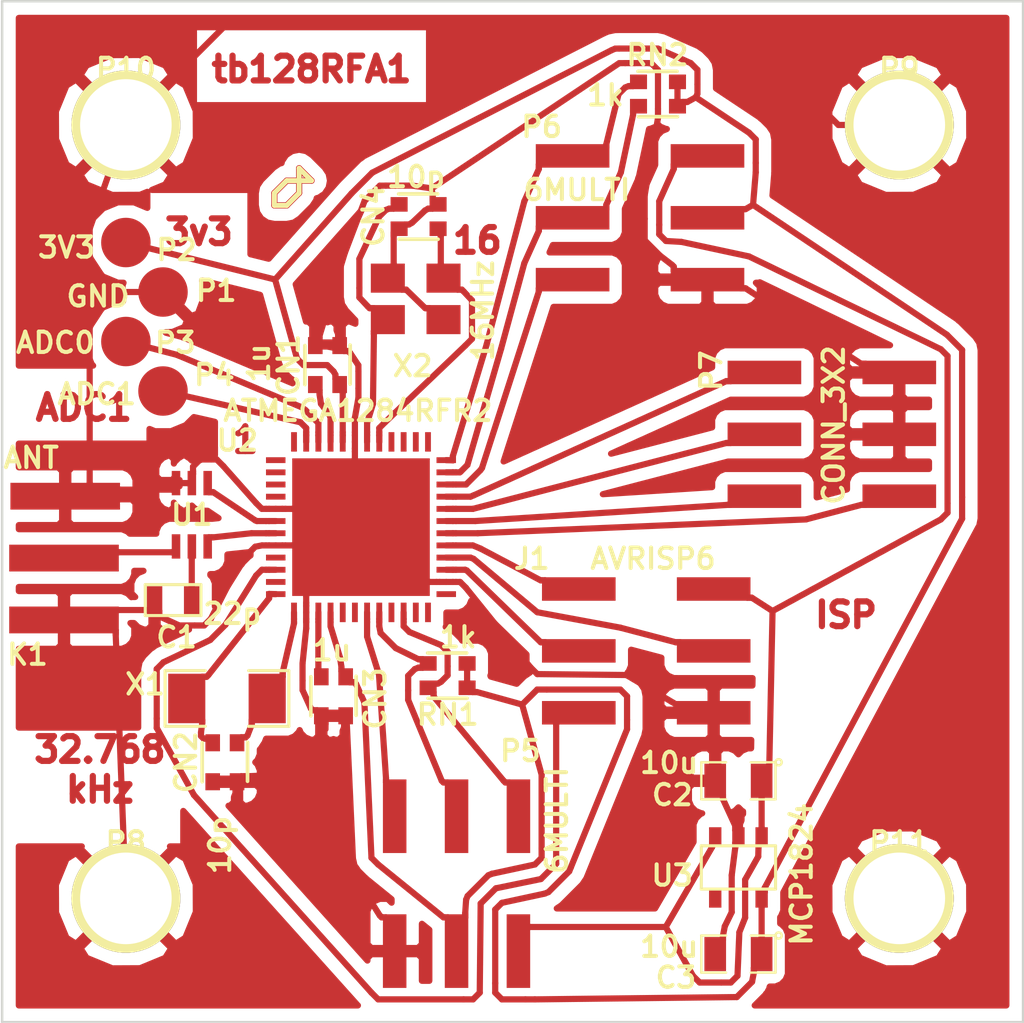
<source format=kicad_pcb>
(kicad_pcb (version 3) (host pcbnew "(2013-jul-07)-stable")

  (general
    (links 84)
    (no_connects 0)
    (area 56.669517 34.239999 102.920001 76.250001)
    (thickness 1.6)
    (drawings 18)
    (tracks 708)
    (zones 0)
    (modules 27)
    (nets 30)
  )

  (page User 254 190.5)
  (title_block 
    (title "ATMega 128RFA1 TB")
    (rev -)
  )

  (layers
    (15 F.Cu signal)
    (0 B.Cu signal)
    (16 B.Adhes user)
    (17 F.Adhes user)
    (18 B.Paste user)
    (19 F.Paste user)
    (20 B.SilkS user)
    (21 F.SilkS user)
    (22 B.Mask user)
    (23 F.Mask user)
    (24 Dwgs.User user)
    (25 Cmts.User user)
    (26 Eco1.User user)
    (27 Eco2.User user)
    (28 Edge.Cuts user)
  )

  (setup
    (last_trace_width 0.254)
    (trace_clearance 0.2286)
    (zone_clearance 0.508)
    (zone_45_only no)
    (trace_min 0.254)
    (segment_width 0.2)
    (edge_width 0.1)
    (via_size 0.762)
    (via_drill 0.3302)
    (via_min_size 0.762)
    (via_min_drill 0.3302)
    (uvia_size 0.508)
    (uvia_drill 0.127)
    (uvias_allowed no)
    (uvia_min_size 0.508)
    (uvia_min_drill 0.127)
    (pcb_text_width 1.778)
    (pcb_text_size 1.016 1.016)
    (mod_edge_width 0.15)
    (mod_text_size 0.8382 0.8382)
    (mod_text_width 0.1651)
    (pad_size 0.35 1)
    (pad_drill 0)
    (pad_to_mask_clearance 0)
    (aux_axis_origin 0 0)
    (visible_elements FFFFFFBF)
    (pcbplotparams
      (layerselection 3178497)
      (usegerberextensions true)
      (excludeedgelayer true)
      (linewidth 0.150000)
      (plotframeref false)
      (viasonmask false)
      (mode 1)
      (useauxorigin false)
      (hpglpennumber 1)
      (hpglpenspeed 20)
      (hpglpendiameter 15)
      (hpglpenoverlay 2)
      (psnegative false)
      (psa4output false)
      (plotreference true)
      (plotvalue true)
      (plotothertext true)
      (plotinvisibletext false)
      (padsonsilk false)
      (subtractmaskfromsilk false)
      (outputformat 1)
      (mirror false)
      (drillshape 1)
      (scaleselection 1)
      (outputdirectory ""))
  )

  (net 0 "")
  (net 1 +3.3V)
  (net 2 +5V)
  (net 3 GND)
  (net 4 N-000001)
  (net 5 N-0000010)
  (net 6 N-0000011)
  (net 7 N-0000012)
  (net 8 N-0000015)
  (net 9 N-0000016)
  (net 10 N-0000017)
  (net 11 N-0000018)
  (net 12 N-0000019)
  (net 13 N-0000020)
  (net 14 N-0000021)
  (net 15 N-0000022)
  (net 16 N-0000023)
  (net 17 N-0000024)
  (net 18 N-0000025)
  (net 19 N-0000026)
  (net 20 N-0000027)
  (net 21 N-000003)
  (net 22 N-0000030)
  (net 23 N-0000034)
  (net 24 N-000004)
  (net 25 N-000005)
  (net 26 N-000006)
  (net 27 N-000007)
  (net 28 N-000008)
  (net 29 N-000009)

  (net_class Default "This is the default net class."
    (clearance 0.2286)
    (trace_width 0.254)
    (via_dia 0.762)
    (via_drill 0.3302)
    (uvia_dia 0.508)
    (uvia_drill 0.127)
    (add_net "")
    (add_net +3.3V)
    (add_net +5V)
    (add_net GND)
    (add_net N-000001)
    (add_net N-0000010)
    (add_net N-0000011)
    (add_net N-0000012)
    (add_net N-0000015)
    (add_net N-0000016)
    (add_net N-0000017)
    (add_net N-0000018)
    (add_net N-0000019)
    (add_net N-0000020)
    (add_net N-0000021)
    (add_net N-0000022)
    (add_net N-0000023)
    (add_net N-0000024)
    (add_net N-0000025)
    (add_net N-0000026)
    (add_net N-0000027)
    (add_net N-000003)
    (add_net N-0000030)
    (add_net N-0000034)
    (add_net N-000004)
    (add_net N-000005)
    (add_net N-000006)
    (add_net N-000007)
    (add_net N-000008)
    (add_net N-000009)
  )

  (module XTAL4P (layer F.Cu) (tedit 54191A78) (tstamp 541747EB)
    (at 79.0798 47.3605 180)
    (path /54173A68)
    (fp_text reference X2 (at 1.27 -1.905 180) (layer F.SilkS)
      (effects (font (size 0.8382 0.8382) (thickness 0.1651)))
    )
    (fp_text value 16MHz (at -1.616 0.3705 270) (layer F.SilkS)
      (effects (font (size 0.8382 0.8382) (thickness 0.1651)))
    )
    (pad 4 smd rect (at 0 0 180) (size 1.397 1.1938)
      (layers F.Cu F.Paste F.Mask)
      (net 3 GND)
    )
    (pad 1 smd rect (at 0 1.7018 180) (size 1.397 1.1938)
      (layers F.Cu F.Paste F.Mask)
      (net 18 N-0000025)
    )
    (pad 3 smd rect (at 2.286 1.7018 180) (size 1.397 1.1938)
      (layers F.Cu F.Paste F.Mask)
      (net 3 GND)
    )
    (pad 2 smd rect (at 2.286 0 180) (size 1.397 1.1938)
      (layers F.Cu F.Paste F.Mask)
      (net 22 N-0000030)
    )
  )

  (module SM1206 (layer F.Cu) (tedit 54191AD8) (tstamp 541747F7)
    (at 70.1899 62.9132)
    (path /54173DD1)
    (attr smd)
    (fp_text reference X1 (at -3.3625 -0.5816) (layer F.SilkS)
      (effects (font (size 0.8382 0.8382) (thickness 0.1651)))
    )
    (fp_text value CRYSTAL (at 0 0) (layer F.SilkS) hide
      (effects (font (size 0.8382 0.8382) (thickness 0.1651)))
    )
    (fp_line (start -2.54 -1.143) (end -2.54 1.143) (layer F.SilkS) (width 0.127))
    (fp_line (start -2.54 1.143) (end -0.889 1.143) (layer F.SilkS) (width 0.127))
    (fp_line (start 0.889 -1.143) (end 2.54 -1.143) (layer F.SilkS) (width 0.127))
    (fp_line (start 2.54 -1.143) (end 2.54 1.143) (layer F.SilkS) (width 0.127))
    (fp_line (start 2.54 1.143) (end 0.889 1.143) (layer F.SilkS) (width 0.127))
    (fp_line (start -0.889 -1.143) (end -2.54 -1.143) (layer F.SilkS) (width 0.127))
    (pad 1 smd rect (at -1.651 0) (size 1.524 2.032)
      (layers F.Cu F.Paste F.Mask)
      (net 29 N-000009)
    )
    (pad 2 smd rect (at 1.651 0) (size 1.524 2.032)
      (layers F.Cu F.Paste F.Mask)
      (net 28 N-000008)
    )
    (model smd/chip_cms.wrl
      (at (xyz 0 0 0))
      (scale (xyz 0.17 0.16 0.16))
      (rotate (xyz 0 0 0))
    )
  )

  (module SM0805 (layer F.Cu) (tedit 54191B08) (tstamp 54174804)
    (at 91.186 73.406 180)
    (path /54174981)
    (attr smd)
    (fp_text reference C3 (at 2.5654 -0.9652 180) (layer F.SilkS)
      (effects (font (size 0.8382 0.8382) (thickness 0.1651)))
    )
    (fp_text value 10u (at 2.8448 0.3048 180) (layer F.SilkS)
      (effects (font (size 0.8382 0.8382) (thickness 0.1651)))
    )
    (fp_circle (center -1.651 0.762) (end -1.651 0.635) (layer F.SilkS) (width 0.09906))
    (fp_line (start -0.508 0.762) (end -1.524 0.762) (layer F.SilkS) (width 0.09906))
    (fp_line (start -1.524 0.762) (end -1.524 -0.762) (layer F.SilkS) (width 0.09906))
    (fp_line (start -1.524 -0.762) (end -0.508 -0.762) (layer F.SilkS) (width 0.09906))
    (fp_line (start 0.508 -0.762) (end 1.524 -0.762) (layer F.SilkS) (width 0.09906))
    (fp_line (start 1.524 -0.762) (end 1.524 0.762) (layer F.SilkS) (width 0.09906))
    (fp_line (start 1.524 0.762) (end 0.508 0.762) (layer F.SilkS) (width 0.09906))
    (pad 1 smd rect (at -0.9525 0 180) (size 0.889 1.397)
      (layers F.Cu F.Paste F.Mask)
      (net 1 +3.3V)
    )
    (pad 2 smd rect (at 0.9525 0 180) (size 0.889 1.397)
      (layers F.Cu F.Paste F.Mask)
      (net 3 GND)
    )
    (model smd/chip_cms.wrl
      (at (xyz 0 0 0))
      (scale (xyz 0.1 0.1 0.1))
      (rotate (xyz 0 0 0))
    )
  )

  (module SM0805 (layer F.Cu) (tedit 54191AFD) (tstamp 54174811)
    (at 91.186 66.294 180)
    (path /54174972)
    (attr smd)
    (fp_text reference C2 (at 2.7178 -0.5842 180) (layer F.SilkS)
      (effects (font (size 0.8382 0.8382) (thickness 0.1651)))
    )
    (fp_text value 10u (at 2.8448 0.7366 180) (layer F.SilkS)
      (effects (font (size 0.8382 0.8382) (thickness 0.1651)))
    )
    (fp_circle (center -1.651 0.762) (end -1.651 0.635) (layer F.SilkS) (width 0.09906))
    (fp_line (start -0.508 0.762) (end -1.524 0.762) (layer F.SilkS) (width 0.09906))
    (fp_line (start -1.524 0.762) (end -1.524 -0.762) (layer F.SilkS) (width 0.09906))
    (fp_line (start -1.524 -0.762) (end -0.508 -0.762) (layer F.SilkS) (width 0.09906))
    (fp_line (start 0.508 -0.762) (end 1.524 -0.762) (layer F.SilkS) (width 0.09906))
    (fp_line (start 1.524 -0.762) (end 1.524 0.762) (layer F.SilkS) (width 0.09906))
    (fp_line (start 1.524 0.762) (end 0.508 0.762) (layer F.SilkS) (width 0.09906))
    (pad 1 smd rect (at -0.9525 0 180) (size 0.889 1.397)
      (layers F.Cu F.Paste F.Mask)
      (net 2 +5V)
    )
    (pad 2 smd rect (at 0.9525 0 180) (size 0.889 1.397)
      (layers F.Cu F.Paste F.Mask)
      (net 3 GND)
    )
    (model smd/chip_cms.wrl
      (at (xyz 0 0 0))
      (scale (xyz 0.1 0.1 0.1))
      (rotate (xyz 0 0 0))
    )
  )

  (module SM0603 (layer F.Cu) (tedit 54191B13) (tstamp 54191D95)
    (at 67.9792 58.8747 180)
    (path /541739FA)
    (attr smd)
    (fp_text reference C1 (at -0.1436 -1.5265 180) (layer F.SilkS)
      (effects (font (size 0.8382 0.8382) (thickness 0.1651)))
    )
    (fp_text value 22p (at -2.4296 -0.5613 180) (layer F.SilkS)
      (effects (font (size 0.8382 0.8382) (thickness 0.1651)))
    )
    (fp_line (start -1.143 -0.635) (end 1.143 -0.635) (layer F.SilkS) (width 0.127))
    (fp_line (start 1.143 -0.635) (end 1.143 0.635) (layer F.SilkS) (width 0.127))
    (fp_line (start 1.143 0.635) (end -1.143 0.635) (layer F.SilkS) (width 0.127))
    (fp_line (start -1.143 0.635) (end -1.143 -0.635) (layer F.SilkS) (width 0.127))
    (pad 1 smd rect (at -0.762 0 180) (size 0.635 1.143)
      (layers F.Cu F.Paste F.Mask)
      (net 20 N-0000027)
    )
    (pad 2 smd rect (at 0.762 0 180) (size 0.635 1.143)
      (layers F.Cu F.Paste F.Mask)
      (net 3 GND)
    )
    (model smd\resistors\R0603.wrl
      (at (xyz 0 0 0.001))
      (scale (xyz 0.5 0.5 0.5))
      (rotate (xyz 0 0 0))
    )
  )

  (module RPSMA_EDGE (layer F.Cu) (tedit 54191AC2) (tstamp 54174822)
    (at 63.5 57.15)
    (path /54176E80)
    (fp_text reference K1 (at -1.4986 3.9624) (layer F.SilkS)
      (effects (font (size 0.8382 0.8382) (thickness 0.1651)))
    )
    (fp_text value ANT (at -1.3462 -4.1148) (layer F.SilkS)
      (effects (font (size 0.8382 0.8382) (thickness 0.1651)))
    )
    (pad 1 smd rect (at 0.05 -2.54 90) (size 1.1 4.5)
      (layers F.Cu F.Paste F.Mask)
      (net 3 GND)
    )
    (pad 2 smd rect (at 0 0 90) (size 1.1 4.5)
      (layers F.Cu F.Paste F.Mask)
      (net 7 N-0000012)
    )
    (pad 3 smd rect (at 0 2.54 90) (size 1.1 4.5)
      (layers F.Cu F.Paste F.Mask)
      (net 3 GND)
    )
  )

  (module RIBBON6SMT (layer F.Cu) (tedit 54191A6B) (tstamp 5417482C)
    (at 90.17 58.42 270)
    (path /541746C6)
    (fp_text reference J1 (at -1.2446 7.4676 360) (layer F.SilkS)
      (effects (font (size 0.8382 0.8382) (thickness 0.1651)))
    )
    (fp_text value AVRISP6 (at -1.2446 2.4892 360) (layer F.SilkS)
      (effects (font (size 0.8382 0.8382) (thickness 0.1651)))
    )
    (pad 2 smd rect (at 0 0 270) (size 0.9652 3.0226)
      (layers F.Cu F.Paste F.Mask)
      (net 2 +5V)
    )
    (pad 4 smd rect (at 2.54 0 270) (size 0.9652 3.0226)
      (layers F.Cu F.Paste F.Mask)
      (net 26 N-000006)
    )
    (pad 6 smd rect (at 5.08 0 270) (size 0.9652 3.0226)
      (layers F.Cu F.Paste F.Mask)
      (net 3 GND)
    )
    (pad 1 smd rect (at 0 5.5372 270) (size 0.9652 3.0226)
      (layers F.Cu F.Paste F.Mask)
      (net 4 N-000001)
    )
    (pad 3 smd rect (at 2.54 5.5372 270) (size 0.9652 3.0226)
      (layers F.Cu F.Paste F.Mask)
      (net 27 N-000007)
    )
    (pad 5 smd rect (at 5.08 5.5372 270) (size 0.9652 3.0226)
      (layers F.Cu F.Paste F.Mask)
      (net 25 N-000005)
    )
  )

  (module RIBBON6SMT (layer F.Cu) (tedit 54191A71) (tstamp 54174836)
    (at 97.79 49.53 270)
    (path /54175C86)
    (fp_text reference P7 (at -0.0762 7.7216 270) (layer F.SilkS)
      (effects (font (size 0.8382 0.8382) (thickness 0.1651)))
    )
    (fp_text value CONN_3X2 (at 2.159 2.6924 270) (layer F.SilkS)
      (effects (font (size 0.8382 0.8382) (thickness 0.1651)))
    )
    (pad 2 smd rect (at 0 0 270) (size 0.9652 3.0226)
      (layers F.Cu F.Paste F.Mask)
      (net 3 GND)
    )
    (pad 4 smd rect (at 2.54 0 270) (size 0.9652 3.0226)
      (layers F.Cu F.Paste F.Mask)
      (net 3 GND)
    )
    (pad 6 smd rect (at 5.08 0 270) (size 0.9652 3.0226)
      (layers F.Cu F.Paste F.Mask)
      (net 17 N-0000024)
    )
    (pad 1 smd rect (at 0 5.5372 270) (size 0.9652 3.0226)
      (layers F.Cu F.Paste F.Mask)
      (net 13 N-0000020)
    )
    (pad 3 smd rect (at 2.54 5.5372 270) (size 0.9652 3.0226)
      (layers F.Cu F.Paste F.Mask)
      (net 15 N-0000022)
    )
    (pad 5 smd rect (at 5.08 5.5372 270) (size 0.9652 3.0226)
      (layers F.Cu F.Paste F.Mask)
      (net 16 N-0000023)
    )
  )

  (module RIBBON6SMT (layer F.Cu) (tedit 54191A89) (tstamp 54174840)
    (at 89.916 40.64 270)
    (path /54174E5A)
    (fp_text reference P6 (at -1.1938 6.8072 360) (layer F.SilkS)
      (effects (font (size 0.8382 0.8382) (thickness 0.1651)))
    )
    (fp_text value 6MULTI (at 1.397 5.3594 360) (layer F.SilkS)
      (effects (font (size 0.8382 0.8382) (thickness 0.1651)))
    )
    (pad 2 smd rect (at 0 0 270) (size 0.9652 3.0226)
      (layers F.Cu F.Paste F.Mask)
      (net 2 +5V)
    )
    (pad 4 smd rect (at 2.54 0 270) (size 0.9652 3.0226)
      (layers F.Cu F.Paste F.Mask)
      (net 1 +3.3V)
    )
    (pad 6 smd rect (at 5.08 0 270) (size 0.9652 3.0226)
      (layers F.Cu F.Paste F.Mask)
      (net 3 GND)
    )
    (pad 1 smd rect (at 0 5.5372 270) (size 0.9652 3.0226)
      (layers F.Cu F.Paste F.Mask)
      (net 10 N-0000017)
    )
    (pad 3 smd rect (at 2.54 5.5372 270) (size 0.9652 3.0226)
      (layers F.Cu F.Paste F.Mask)
      (net 9 N-0000016)
    )
    (pad 5 smd rect (at 5.08 5.5372 270) (size 0.9652 3.0226)
      (layers F.Cu F.Paste F.Mask)
      (net 21 N-000003)
    )
  )

  (module RIBBON6SMT (layer F.Cu) (tedit 54191AF7) (tstamp 5417484A)
    (at 82.1544 73.2847 180)
    (path /54174E4B)
    (fp_text reference P5 (at -0.079 8.2153 180) (layer F.SilkS)
      (effects (font (size 0.8382 0.8382) (thickness 0.1651)))
    )
    (fp_text value 6MULTI (at -1.5776 5.3705 270) (layer F.SilkS)
      (effects (font (size 0.8382 0.8382) (thickness 0.1651)))
    )
    (pad 2 smd rect (at 0 0 180) (size 0.9652 3.0226)
      (layers F.Cu F.Paste F.Mask)
      (net 2 +5V)
    )
    (pad 4 smd rect (at 2.54 0 180) (size 0.9652 3.0226)
      (layers F.Cu F.Paste F.Mask)
      (net 1 +3.3V)
    )
    (pad 6 smd rect (at 5.08 0 180) (size 0.9652 3.0226)
      (layers F.Cu F.Paste F.Mask)
      (net 3 GND)
    )
    (pad 1 smd rect (at 0 5.5372 180) (size 0.9652 3.0226)
      (layers F.Cu F.Paste F.Mask)
      (net 11 N-0000018)
    )
    (pad 3 smd rect (at 2.54 5.5372 180) (size 0.9652 3.0226)
      (layers F.Cu F.Paste F.Mask)
      (net 12 N-0000019)
    )
    (pad 5 smd rect (at 5.08 5.5372 180) (size 0.9652 3.0226)
      (layers F.Cu F.Paste F.Mask)
      (net 24 N-000004)
    )
  )

  (module NETWORK0606 (layer F.Cu) (tedit 54191ADF) (tstamp 54174854)
    (at 74.5627 62.8238 90)
    (path /54173F54)
    (fp_text reference CN3 (at -0.092 1.7135 90) (layer F.SilkS)
      (effects (font (size 0.8382 0.8382) (thickness 0.1651)))
    )
    (fp_text value 1u (at 1.8892 -0.0645 180) (layer F.SilkS)
      (effects (font (size 0.8382 0.8382) (thickness 0.1651)))
    )
    (fp_line (start 0.8 -0.93) (end -0.8 -0.93) (layer F.SilkS) (width 0.15))
    (fp_line (start -0.78 0.93) (end 0.82 0.93) (layer F.SilkS) (width 0.15))
    (pad 1 smd rect (at -0.8 -0.5 90) (size 0.7 0.6)
      (layers F.Cu F.Paste F.Mask)
      (net 3 GND)
    )
    (pad 2 smd rect (at 0.8 -0.5 90) (size 0.7 0.6)
      (layers F.Cu F.Paste F.Mask)
      (net 5 N-0000010)
    )
    (pad 3 smd rect (at -0.8 0.5 90) (size 0.7 0.6)
      (layers F.Cu F.Paste F.Mask)
      (net 3 GND)
    )
    (pad 4 smd rect (at 0.8 0.5 90) (size 0.7 0.6)
      (layers F.Cu F.Paste F.Mask)
      (net 1 +3.3V)
    )
  )

  (module NETWORK0606 (layer F.Cu) (tedit 54191A82) (tstamp 5417485E)
    (at 87.884 38.1 180)
    (path /54175F82)
    (fp_text reference RN2 (at 0.0254 1.6002 180) (layer F.SilkS)
      (effects (font (size 0.8382 0.8382) (thickness 0.1651)))
    )
    (fp_text value 1k (at 2.159 -0.0508 180) (layer F.SilkS)
      (effects (font (size 0.8382 0.8382) (thickness 0.1651)))
    )
    (fp_line (start 0.8 -0.93) (end -0.8 -0.93) (layer F.SilkS) (width 0.15))
    (fp_line (start -0.78 0.93) (end 0.82 0.93) (layer F.SilkS) (width 0.15))
    (pad 1 smd rect (at -0.8 -0.5 180) (size 0.7 0.6)
      (layers F.Cu F.Paste F.Mask)
      (net 1 +3.3V)
    )
    (pad 2 smd rect (at 0.8 -0.5 180) (size 0.7 0.6)
      (layers F.Cu F.Paste F.Mask)
      (net 9 N-0000016)
    )
    (pad 3 smd rect (at -0.8 0.5 180) (size 0.7 0.6)
      (layers F.Cu F.Paste F.Mask)
      (net 1 +3.3V)
    )
    (pad 4 smd rect (at 0.8 0.5 180) (size 0.7 0.6)
      (layers F.Cu F.Paste F.Mask)
      (net 10 N-0000017)
    )
  )

  (module NETWORK0606 (layer F.Cu) (tedit 54191AEB) (tstamp 54174868)
    (at 79.248 61.976 180)
    (path /54175CAB)
    (fp_text reference RN1 (at 0 -1.6 180) (layer F.SilkS)
      (effects (font (size 0.8382 0.8382) (thickness 0.1651)))
    )
    (fp_text value 1k (at -0.4318 1.5748 180) (layer F.SilkS)
      (effects (font (size 0.8382 0.8382) (thickness 0.1651)))
    )
    (fp_line (start 0.8 -0.93) (end -0.8 -0.93) (layer F.SilkS) (width 0.15))
    (fp_line (start -0.78 0.93) (end 0.82 0.93) (layer F.SilkS) (width 0.15))
    (pad 1 smd rect (at -0.8 -0.5 180) (size 0.7 0.6)
      (layers F.Cu F.Paste F.Mask)
      (net 1 +3.3V)
    )
    (pad 2 smd rect (at 0.8 -0.5 180) (size 0.7 0.6)
      (layers F.Cu F.Paste F.Mask)
      (net 11 N-0000018)
    )
    (pad 3 smd rect (at -0.8 0.5 180) (size 0.7 0.6)
      (layers F.Cu F.Paste F.Mask)
      (net 1 +3.3V)
    )
    (pad 4 smd rect (at 0.8 0.5 180) (size 0.7 0.6)
      (layers F.Cu F.Paste F.Mask)
      (net 12 N-0000019)
    )
  )

  (module NETWORK0606 (layer F.Cu) (tedit 54191A7C) (tstamp 54174872)
    (at 78.0566 43.1302 180)
    (path /54173A9C)
    (fp_text reference CN4 (at 1.8566 0.0264 270) (layer F.SilkS)
      (effects (font (size 0.8382 0.8382) (thickness 0.1651)))
    )
    (fp_text value 10p (at 0.104 1.6266 180) (layer F.SilkS)
      (effects (font (size 0.8382 0.8382) (thickness 0.1651)))
    )
    (fp_line (start 0.8 -0.93) (end -0.8 -0.93) (layer F.SilkS) (width 0.15))
    (fp_line (start -0.78 0.93) (end 0.82 0.93) (layer F.SilkS) (width 0.15))
    (pad 1 smd rect (at -0.8 -0.5 180) (size 0.7 0.6)
      (layers F.Cu F.Paste F.Mask)
      (net 18 N-0000025)
    )
    (pad 2 smd rect (at 0.8 -0.5 180) (size 0.7 0.6)
      (layers F.Cu F.Paste F.Mask)
      (net 3 GND)
    )
    (pad 3 smd rect (at -0.8 0.5 180) (size 0.7 0.6)
      (layers F.Cu F.Paste F.Mask)
      (net 3 GND)
    )
    (pad 4 smd rect (at 0.8 0.5 180) (size 0.7 0.6)
      (layers F.Cu F.Paste F.Mask)
      (net 22 N-0000030)
    )
  )

  (module NETWORK0606 (layer F.Cu) (tedit 54191AAF) (tstamp 5417487C)
    (at 74.3168 49.2267 90)
    (path /54174275)
    (fp_text reference CN1 (at 0 -1.6 90) (layer F.SilkS)
      (effects (font (size 0.8382 0.8382) (thickness 0.1651)))
    )
    (fp_text value 1u (at 0.0777 -2.8158 90) (layer F.SilkS)
      (effects (font (size 0.8382 0.8382) (thickness 0.1651)))
    )
    (fp_line (start 0.8 -0.93) (end -0.8 -0.93) (layer F.SilkS) (width 0.15))
    (fp_line (start -0.78 0.93) (end 0.82 0.93) (layer F.SilkS) (width 0.15))
    (pad 1 smd rect (at -0.8 -0.5 90) (size 0.7 0.6)
      (layers F.Cu F.Paste F.Mask)
      (net 6 N-0000011)
    )
    (pad 2 smd rect (at 0.8 -0.5 90) (size 0.7 0.6)
      (layers F.Cu F.Paste F.Mask)
      (net 3 GND)
    )
    (pad 3 smd rect (at -0.8 0.5 90) (size 0.7 0.6)
      (layers F.Cu F.Paste F.Mask)
      (net 1 +3.3V)
    )
    (pad 4 smd rect (at 0.8 0.5 90) (size 0.7 0.6)
      (layers F.Cu F.Paste F.Mask)
      (net 3 GND)
    )
  )

  (module NETWORK0606 (layer F.Cu) (tedit 53E6386D) (tstamp 54174886)
    (at 70.104 65.532 90)
    (path /54173DEA)
    (fp_text reference CN2 (at 0 -1.6 90) (layer F.SilkS)
      (effects (font (size 0.8382 0.8382) (thickness 0.1651)))
    )
    (fp_text value 10p (at -3.4 -0.2 90) (layer F.SilkS)
      (effects (font (size 0.8382 0.8382) (thickness 0.1651)))
    )
    (fp_line (start 0.8 -0.93) (end -0.8 -0.93) (layer F.SilkS) (width 0.15))
    (fp_line (start -0.78 0.93) (end 0.82 0.93) (layer F.SilkS) (width 0.15))
    (pad 1 smd rect (at -0.8 -0.5 90) (size 0.7 0.6)
      (layers F.Cu F.Paste F.Mask)
      (net 3 GND)
    )
    (pad 2 smd rect (at 0.8 -0.5 90) (size 0.7 0.6)
      (layers F.Cu F.Paste F.Mask)
      (net 29 N-000009)
    )
    (pad 3 smd rect (at -0.8 0.5 90) (size 0.7 0.6)
      (layers F.Cu F.Paste F.Mask)
      (net 3 GND)
    )
    (pad 4 smd rect (at 0.8 0.5 90) (size 0.7 0.6)
      (layers F.Cu F.Paste F.Mask)
      (net 28 N-000008)
    )
  )

  (module .1SMTPIN (layer F.Cu) (tedit 54191A99) (tstamp 5417488B)
    (at 66.04 48.26)
    (path /541767C3)
    (fp_text reference P3 (at 2.032 0.0508) (layer F.SilkS)
      (effects (font (size 0.8382 0.8382) (thickness 0.1651)))
    )
    (fp_text value ADC0 (at -2.8956 0.0508) (layer F.SilkS)
      (effects (font (size 0.8382 0.8382) (thickness 0.1651)))
    )
    (pad 1 smd circle (at 0 0) (size 2.032 2.032)
      (layers F.Cu F.Paste F.Mask)
      (net 8 N-0000015)
    )
  )

  (module .1SMTPIN (layer F.Cu) (tedit 54191A90) (tstamp 54174890)
    (at 67.564 50.292)
    (path /541767DC)
    (fp_text reference P4 (at 2.1082 -0.6604) (layer F.SilkS)
      (effects (font (size 0.8382 0.8382) (thickness 0.1651)))
    )
    (fp_text value ADC1 (at -2.7178 0.127) (layer F.SilkS)
      (effects (font (size 0.8382 0.8382) (thickness 0.1651)))
    )
    (pad 1 smd circle (at 0 0) (size 2.032 2.032)
      (layers F.Cu F.Paste F.Mask)
      (net 14 N-0000021)
    )
  )

  (module .1SMTPIN (layer F.Cu) (tedit 54191AA1) (tstamp 54174895)
    (at 67.564 46.228)
    (path /541767E2)
    (fp_text reference P1 (at 2.1844 -0.0508) (layer F.SilkS)
      (effects (font (size 0.8382 0.8382) (thickness 0.1651)))
    )
    (fp_text value GND (at -2.667 0.1778) (layer F.SilkS)
      (effects (font (size 0.8382 0.8382) (thickness 0.1651)))
    )
    (pad 1 smd circle (at 0 0) (size 2.032 2.032)
      (layers F.Cu F.Paste F.Mask)
      (net 3 GND)
    )
  )

  (module .1SMTPIN (layer F.Cu) (tedit 54191AA5) (tstamp 5417489A)
    (at 66.04 44.196)
    (path /54176A25)
    (fp_text reference P2 (at 2.0828 0.3048) (layer F.SilkS)
      (effects (font (size 0.8382 0.8382) (thickness 0.1651)))
    )
    (fp_text value 3V3 (at -2.4384 0.2032) (layer F.SilkS)
      (effects (font (size 0.8382 0.8382) (thickness 0.1651)))
    )
    (pad 1 smd circle (at 0 0) (size 2.032 2.032)
      (layers F.Cu F.Paste F.Mask)
      (net 1 +3.3V)
    )
  )

  (module QFN48-AVR (layer F.Cu) (tedit 54191E97) (tstamp 54174A27)
    (at 75.692 55.88)
    (path /54173FA7)
    (fp_text reference U2 (at -5.08 -3.556) (layer F.SilkS)
      (effects (font (size 0.8382 0.8382) (thickness 0.1651)))
    )
    (fp_text value ATMEGA1284RFR2 (at -0.127 -4.7752) (layer F.SilkS)
      (effects (font (size 0.8382 0.8382) (thickness 0.1651)))
    )
    (pad 49 smd rect (at 0 0) (size 5.65 5.65)
      (layers F.Cu F.Paste F.Mask)
      (net 3 GND)
    )
    (pad 1 smd rect (at -3.5 -2.75) (size 0.8 0.24)
      (layers F.Cu F.Paste F.Mask)
    )
    (pad 2 smd rect (at -3.5 -2.25) (size 0.8 0.24)
      (layers F.Cu F.Paste F.Mask)
    )
    (pad 3 smd rect (at -3.5 -1.75) (size 0.8 0.24)
      (layers F.Cu F.Paste F.Mask)
    )
    (pad 4 smd rect (at -3.5 -1.25) (size 0.8 0.24)
      (layers F.Cu F.Paste F.Mask)
    )
    (pad 5 smd rect (at -3.5 -0.75) (size 0.8 0.24)
      (layers F.Cu F.Paste F.Mask)
      (net 3 GND)
    )
    (pad 6 smd rect (at -3.5 -0.25) (size 0.8 0.24)
      (layers F.Cu F.Paste F.Mask)
      (net 19 N-0000026)
    )
    (pad 7 smd rect (at -3.5 0.25) (size 0.8 0.24)
      (layers F.Cu F.Paste F.Mask)
      (net 23 N-0000034)
    )
    (pad 8 smd rect (at -3.5 0.75) (size 0.8 0.24)
      (layers F.Cu F.Paste F.Mask)
      (net 3 GND)
    )
    (pad 9 smd rect (at -3.5 1.25) (size 0.8 0.24)
      (layers F.Cu F.Paste F.Mask)
    )
    (pad 10 smd rect (at -3.5 1.75) (size 0.8 0.24)
      (layers F.Cu F.Paste F.Mask)
      (net 25 N-000005)
    )
    (pad 11 smd rect (at -3.5 2.25) (size 0.8 0.24)
      (layers F.Cu F.Paste F.Mask)
    )
    (pad 12 smd rect (at -3.5 2.75) (size 0.8 0.24)
      (layers F.Cu F.Paste F.Mask)
      (net 29 N-000009)
    )
    (pad 13 smd rect (at -2.75 3.5 90) (size 0.8 0.24)
      (layers F.Cu F.Paste F.Mask)
      (net 28 N-000008)
    )
    (pad 14 smd rect (at -2.25 3.5 90) (size 0.8 0.24)
      (layers F.Cu F.Paste F.Mask)
      (net 3 GND)
    )
    (pad 15 smd rect (at -1.75 3.5 90) (size 0.8 0.24)
      (layers F.Cu F.Paste F.Mask)
      (net 5 N-0000010)
    )
    (pad 16 smd rect (at -1.25 3.5 90) (size 0.8 0.24)
      (layers F.Cu F.Paste F.Mask)
      (net 1 +3.3V)
    )
    (pad 17 smd rect (at -0.75 3.5 90) (size 0.8 0.24)
      (layers F.Cu F.Paste F.Mask)
    )
    (pad 18 smd rect (at -0.25 3.5 90) (size 0.8 0.24)
      (layers F.Cu F.Paste F.Mask)
    )
    (pad 19 smd rect (at 0.25 3.5 90) (size 0.8 0.24)
      (layers F.Cu F.Paste F.Mask)
      (net 24 N-000004)
    )
    (pad 20 smd rect (at 0.75 3.5 90) (size 0.8 0.24)
      (layers F.Cu F.Paste F.Mask)
      (net 12 N-0000019)
    )
    (pad 21 smd rect (at 1.25 3.5 90) (size 0.8 0.24)
      (layers F.Cu F.Paste F.Mask)
    )
    (pad 22 smd rect (at 1.75 3.5 90) (size 0.8 0.24)
      (layers F.Cu F.Paste F.Mask)
      (net 11 N-0000018)
    )
    (pad 23 smd rect (at 2.25 3.5 90) (size 0.8 0.24)
      (layers F.Cu F.Paste F.Mask)
    )
    (pad 24 smd rect (at 2.75 3.5 90) (size 0.8 0.24)
      (layers F.Cu F.Paste F.Mask)
    )
    (pad 25 smd rect (at 3.5 2.75 180) (size 0.8 0.24)
      (layers F.Cu F.Paste F.Mask)
    )
    (pad 26 smd rect (at 3.5 2.25 180) (size 0.8 0.24)
      (layers F.Cu F.Paste F.Mask)
      (net 3 GND)
    )
    (pad 27 smd rect (at 3.5 1.75 180) (size 0.8 0.24)
      (layers F.Cu F.Paste F.Mask)
      (net 27 N-000007)
    )
    (pad 28 smd rect (at 3.5 1.25 180) (size 0.8 0.24)
      (layers F.Cu F.Paste F.Mask)
      (net 26 N-000006)
    )
    (pad 29 smd rect (at 3.5 0.75 180) (size 0.8 0.24)
      (layers F.Cu F.Paste F.Mask)
      (net 4 N-000001)
    )
    (pad 30 smd rect (at 3.5 0.25 180) (size 0.8 0.24)
      (layers F.Cu F.Paste F.Mask)
      (net 17 N-0000024)
    )
    (pad 31 smd rect (at 3.5 -0.25 180) (size 0.8 0.24)
      (layers F.Cu F.Paste F.Mask)
      (net 16 N-0000023)
    )
    (pad 32 smd rect (at 3.5 -0.75 180) (size 0.8 0.24)
      (layers F.Cu F.Paste F.Mask)
      (net 15 N-0000022)
    )
    (pad 33 smd rect (at 3.5 -1.25 180) (size 0.8 0.24)
      (layers F.Cu F.Paste F.Mask)
      (net 13 N-0000020)
    )
    (pad 34 smd rect (at 3.5 -1.75 180) (size 0.8 0.24)
      (layers F.Cu F.Paste F.Mask)
      (net 21 N-000003)
    )
    (pad 35 smd rect (at 3.5 -2.25 180) (size 0.8 0.24)
      (layers F.Cu F.Paste F.Mask)
      (net 9 N-0000016)
    )
    (pad 36 smd rect (at 3.5 -2.75 180) (size 0.8 0.24)
      (layers F.Cu F.Paste F.Mask)
      (net 10 N-0000017)
    )
    (pad 37 smd rect (at 2.75 -3.5 270) (size 0.8 0.24)
      (layers F.Cu F.Paste F.Mask)
    )
    (pad 38 smd rect (at 2.25 -3.5 270) (size 0.8 0.24)
      (layers F.Cu F.Paste F.Mask)
    )
    (pad 39 smd rect (at 1.75 -3.5 270) (size 0.8 0.24)
      (layers F.Cu F.Paste F.Mask)
    )
    (pad 40 smd rect (at 1.25 -3.5 270) (size 0.8 0.24)
      (layers F.Cu F.Paste F.Mask)
    )
    (pad 41 smd rect (at 0.75 -3.5 270) (size 0.8 0.24)
      (layers F.Cu F.Paste F.Mask)
      (net 18 N-0000025)
    )
    (pad 42 smd rect (at 0.25 -3.5 270) (size 0.8 0.24)
      (layers F.Cu F.Paste F.Mask)
      (net 22 N-0000030)
    )
    (pad 43 smd rect (at -0.25 -3.5 270) (size 0.8 0.24)
      (layers F.Cu F.Paste F.Mask)
      (net 3 GND)
    )
    (pad 44 smd rect (at -0.75 -3.5 270) (size 0.8 0.24)
      (layers F.Cu F.Paste F.Mask)
      (net 1 +3.3V)
    )
    (pad 45 smd rect (at -1.25 -3.5 270) (size 0.8 0.24)
      (layers F.Cu F.Paste F.Mask)
      (net 6 N-0000011)
    )
    (pad 46 smd rect (at -1.75 -3.5 270) (size 0.8 0.24)
      (layers F.Cu F.Paste F.Mask)
      (net 8 N-0000015)
    )
    (pad 47 smd rect (at -2.25 -3.5 270) (size 0.8 0.24)
      (layers F.Cu F.Paste F.Mask)
      (net 14 N-0000021)
    )
    (pad 48 smd rect (at -2.75 -3.5 270) (size 0.8 0.24)
      (layers F.Cu F.Paste F.Mask)
    )
  )

  (module 2.4GHZ_2450FB15L0001 (layer F.Cu) (tedit 54191AB7) (tstamp 54174A31)
    (at 68.7483 55.372 180)
    (path /54173974)
    (fp_text reference U1 (at 0 0 180) (layer F.SilkS)
      (effects (font (size 0.8382 0.8382) (thickness 0.1651)))
    )
    (fp_text value 2.4GHZ_2450FB15L0001 (at 2.4543 2.5654 180) (layer F.SilkS) hide
      (effects (font (size 0.8382 0.8382) (thickness 0.1651)))
    )
    (pad 1 smd rect (at 0.65 -1.3 180) (size 0.35 1)
      (layers F.Cu F.Paste F.Mask)
      (net 7 N-0000012)
    )
    (pad 2 smd rect (at 0 -1.3 180) (size 0.35 1)
      (layers F.Cu F.Paste F.Mask)
      (net 20 N-0000027)
    )
    (pad 3 smd rect (at -0.65 -1.3 180) (size 0.35 1)
      (layers F.Cu F.Paste F.Mask)
      (net 23 N-0000034)
    )
    (pad 4 smd rect (at -0.65 1.3 180) (size 0.35 1)
      (layers F.Cu F.Paste F.Mask)
      (net 19 N-0000026)
    )
    (pad 5 smd rect (at 0 1.3 180) (size 0.35 1)
      (layers F.Cu F.Paste F.Mask)
      (net 3 GND)
    )
    (pad 6 smd rect (at 0.65 1.3 180) (size 0.35 1)
      (layers F.Cu F.Paste F.Mask)
      (net 3 GND)
    )
  )

  (module SOT23-5 (layer F.Cu) (tedit 54191B03) (tstamp 54174CBF)
    (at 91.186 69.85 180)
    (path /541746E1)
    (attr smd)
    (fp_text reference U3 (at 2.7178 -0.3302 180) (layer F.SilkS)
      (effects (font (size 0.8382 0.8382) (thickness 0.1651)))
    )
    (fp_text value MCP1824 (at -2.5908 -0.2794 270) (layer F.SilkS)
      (effects (font (size 0.8382 0.8382) (thickness 0.1651)))
    )
    (fp_line (start 1.524 -0.889) (end 1.524 0.889) (layer F.SilkS) (width 0.127))
    (fp_line (start 1.524 0.889) (end -1.524 0.889) (layer F.SilkS) (width 0.127))
    (fp_line (start -1.524 0.889) (end -1.524 -0.889) (layer F.SilkS) (width 0.127))
    (fp_line (start -1.524 -0.889) (end 1.524 -0.889) (layer F.SilkS) (width 0.127))
    (pad 1 smd rect (at -0.9525 1.27 180) (size 0.508 0.762)
      (layers F.Cu F.Paste F.Mask)
      (net 2 +5V)
    )
    (pad 3 smd rect (at 0.9525 1.27 180) (size 0.508 0.762)
      (layers F.Cu F.Paste F.Mask)
      (net 2 +5V)
    )
    (pad 5 smd rect (at -0.9525 -1.27 180) (size 0.508 0.762)
      (layers F.Cu F.Paste F.Mask)
      (net 1 +3.3V)
    )
    (pad 2 smd rect (at 0 1.27 180) (size 0.508 0.762)
      (layers F.Cu F.Paste F.Mask)
      (net 3 GND)
    )
    (pad 4 smd rect (at 0.9525 -1.27 180) (size 0.508 0.762)
      (layers F.Cu F.Paste F.Mask)
    )
    (model smd/SOT23_5.wrl
      (at (xyz 0 0 0))
      (scale (xyz 0.1 0.1 0.1))
      (rotate (xyz 0 0 0))
    )
  )

  (module 632HOLE (layer F.Cu) (tedit 53A9C0BE) (tstamp 54174E6C)
    (at 66.04 71.12)
    (descr Hole)
    (tags "DEV 6-32 HOLE")
    (path /54175085)
    (fp_text reference P8 (at 0 -2.30124) (layer F.SilkS)
      (effects (font (size 0.8382 0.8382) (thickness 0.1651)))
    )
    (fp_text value CONN_1 (at 0 2.794) (layer F.SilkS) hide
      (effects (font (size 0.8382 0.8382) (thickness 0.1651)))
    )
    (fp_circle (center 0 0) (end 1.69926 -0.09906) (layer F.SilkS) (width 0.381))
    (pad 1 thru_hole circle (at 0 0) (size 4.4704 4.4704) (drill 3.7592)
      (layers *.Cu *.Mask F.SilkS)
      (net 3 GND)
    )
  )

  (module 632HOLE (layer F.Cu) (tedit 53A9C0BE) (tstamp 54174E72)
    (at 97.79 39.37)
    (descr Hole)
    (tags "DEV 6-32 HOLE")
    (path /5417509E)
    (fp_text reference P9 (at 0 -2.30124) (layer F.SilkS)
      (effects (font (size 0.8382 0.8382) (thickness 0.1651)))
    )
    (fp_text value CONN_1 (at 0 2.794) (layer F.SilkS) hide
      (effects (font (size 0.8382 0.8382) (thickness 0.1651)))
    )
    (fp_circle (center 0 0) (end 1.69926 -0.09906) (layer F.SilkS) (width 0.381))
    (pad 1 thru_hole circle (at 0 0) (size 4.4704 4.4704) (drill 3.7592)
      (layers *.Cu *.Mask F.SilkS)
      (net 3 GND)
    )
  )

  (module 632HOLE (layer F.Cu) (tedit 53A9C0BE) (tstamp 54174E78)
    (at 66.04 39.37)
    (descr Hole)
    (tags "DEV 6-32 HOLE")
    (path /541750A4)
    (fp_text reference P10 (at 0 -2.30124) (layer F.SilkS)
      (effects (font (size 0.8382 0.8382) (thickness 0.1651)))
    )
    (fp_text value CONN_1 (at 0 2.794) (layer F.SilkS) hide
      (effects (font (size 0.8382 0.8382) (thickness 0.1651)))
    )
    (fp_circle (center 0 0) (end 1.69926 -0.09906) (layer F.SilkS) (width 0.381))
    (pad 1 thru_hole circle (at 0 0) (size 4.4704 4.4704) (drill 3.7592)
      (layers *.Cu *.Mask F.SilkS)
      (net 3 GND)
    )
  )

  (module 632HOLE (layer F.Cu) (tedit 53A9C0BE) (tstamp 54174E7E)
    (at 97.79 71.12)
    (descr Hole)
    (tags "DEV 6-32 HOLE")
    (path /541750AA)
    (fp_text reference P11 (at 0 -2.30124) (layer F.SilkS)
      (effects (font (size 0.8382 0.8382) (thickness 0.1651)))
    )
    (fp_text value CONN_1 (at 0 2.794) (layer F.SilkS) hide
      (effects (font (size 0.8382 0.8382) (thickness 0.1651)))
    )
    (fp_circle (center 0 0) (end 1.69926 -0.09906) (layer F.SilkS) (width 0.381))
    (pad 1 thru_hole circle (at 0 0) (size 4.4704 4.4704) (drill 3.7592)
      (layers *.Cu *.Mask F.SilkS)
      (net 3 GND)
    )
  )

  (gr_text tb128RFA1 (at 73.66 37.084) (layer F.Cu)
    (effects (font (size 1.016 1.016) (thickness 0.254)))
  )
  (gr_line (start 73.152 41.148) (end 73.66 41.656) (angle 90) (layer F.SilkS) (width 0.2))
  (gr_line (start 73.152 42.164) (end 73.152 41.148) (angle 90) (layer F.SilkS) (width 0.2))
  (gr_line (start 72.644 42.672) (end 73.152 42.164) (angle 90) (layer F.SilkS) (width 0.2))
  (gr_line (start 72.136 42.672) (end 72.644 42.672) (angle 90) (layer F.SilkS) (width 0.2))
  (gr_line (start 72.136 42.164) (end 72.136 42.672) (angle 90) (layer F.SilkS) (width 0.2))
  (gr_line (start 72.644 41.656) (end 72.136 42.164) (angle 90) (layer F.SilkS) (width 0.2))
  (gr_line (start 73.66 41.656) (end 72.644 41.656) (angle 90) (layer F.SilkS) (width 0.2))
  (gr_line (start 60.96 76.2) (end 102.87 76.2) (angle 90) (layer Edge.Cuts) (width 0.1))
  (gr_line (start 60.96 34.29) (end 60.96 76.2) (angle 90) (layer Edge.Cuts) (width 0.1))
  (gr_line (start 102.87 34.29) (end 60.96 34.29) (angle 90) (layer Edge.Cuts) (width 0.1))
  (gr_line (start 102.87 76.2) (end 102.87 34.29) (angle 90) (layer Edge.Cuts) (width 0.1))
  (gr_text "32.768\nkHz" (at 64.9732 65.8368) (layer F.Cu)
    (effects (font (size 1.016 1.016) (thickness 0.254)))
  )
  (gr_text ISP (at 95.6056 59.4868) (layer F.Cu)
    (effects (font (size 1.016 1.016) (thickness 0.254)))
  )
  (gr_text 16 (at 80.4672 44.1198) (layer F.Cu)
    (effects (font (size 1.016 1.016) (thickness 0.254)))
  )
  (gr_text 3v3 (at 69.0372 43.7642) (layer F.Cu)
    (effects (font (size 1.016 1.016) (thickness 0.254)))
  )
  (gr_text ADC1 (at 64.3128 50.9778) (layer F.Cu)
    (effects (font (size 1.016 1.016) (thickness 0.254)))
  )
  (gr_text 1 (at 70.9422 52.2986) (layer F.Cu)
    (effects (font (size 1.016 1.016) (thickness 0.254)))
  )

  (segment (start 72.136 42.672) (end 72.136 42.164) (width 0.254) (layer F.Cu) (net 0))
  (segment (start 72.644 42.672) (end 72.136 42.672) (width 0.254) (layer F.Cu) (net 0) (tstamp 54191E56))
  (segment (start 73.152 42.164) (end 72.644 42.672) (width 0.254) (layer F.Cu) (net 0) (tstamp 54191E55))
  (segment (start 73.152 41.656) (end 73.152 42.164) (width 0.254) (layer F.Cu) (net 0) (tstamp 54191E54))
  (segment (start 72.644 41.656) (end 73.152 41.656) (width 0.254) (layer F.Cu) (net 0) (tstamp 54191E50))
  (segment (start 72.136 42.164) (end 72.644 41.656) (width 0.254) (layer F.Cu) (net 0) (tstamp 54191E4F))
  (segment (start 73.152 41.656) (end 73.152 41.148) (width 0.254) (layer F.Cu) (net 0) (tstamp 54191E51))
  (segment (start 73.152 41.148) (end 73.66 41.656) (width 0.254) (layer F.Cu) (net 0) (tstamp 54191E52))
  (segment (start 73.66 41.656) (end 73.152 41.656) (width 0.254) (layer F.Cu) (net 0) (tstamp 54191E53))
  (segment (start 74.942 52.107) (end 74.942 52.38) (width 0.254) (layer F.Cu) (net 1))
  (segment (start 74.942 51.98) (end 74.942 52.107) (width 0.254) (layer F.Cu) (net 1))
  (segment (start 74.942 50.3767) (end 74.942 51.98) (width 0.254) (layer F.Cu) (net 1))
  (segment (start 74.942 50.2497) (end 74.942 50.3767) (width 0.254) (layer F.Cu) (net 1))
  (segment (start 74.8168 50.0267) (end 74.942 50.2497) (width 0.254) (layer F.Cu) (net 1))
  (segment (start 89.504 38.0947) (end 89.4361 38.2333) (width 0.254) (layer F.Cu) (net 1))
  (segment (start 89.504 37.7053) (end 89.504 38.0947) (width 0.254) (layer F.Cu) (net 1))
  (segment (start 89.504 37.1053) (end 89.504 37.7053) (width 0.254) (layer F.Cu) (net 1))
  (segment (start 89.2287 36.83) (end 89.504 37.1053) (width 0.254) (layer F.Cu) (net 1))
  (segment (start 87.876 36.233) (end 89.2287 36.83) (width 0.254) (layer F.Cu) (net 1))
  (segment (start 87.176 36.233) (end 87.876 36.233) (width 0.254) (layer F.Cu) (net 1))
  (segment (start 86.292 36.233) (end 87.176 36.233) (width 0.254) (layer F.Cu) (net 1))
  (segment (start 86.1317 36.236) (end 86.292 36.233) (width 0.254) (layer F.Cu) (net 1))
  (segment (start 85.9832 36.2975) (end 86.1317 36.236) (width 0.254) (layer F.Cu) (net 1))
  (segment (start 76.1558 41.3277) (end 85.9832 36.2975) (width 0.254) (layer F.Cu) (net 1))
  (segment (start 75.3041 42.1794) (end 76.1558 41.3277) (width 0.254) (layer F.Cu) (net 1))
  (segment (start 72.166 45.7146) (end 75.3041 42.1794) (width 0.254) (layer F.Cu) (net 1))
  (segment (start 82.9268 62.5474) (end 82.3074 63.1647) (width 0.254) (layer F.Cu) (net 1))
  (segment (start 83.3162 62.5474) (end 82.9268 62.5474) (width 0.254) (layer F.Cu) (net 1))
  (segment (start 86.3388 62.5474) (end 83.3162 62.5474) (width 0.254) (layer F.Cu) (net 1))
  (segment (start 86.6141 62.8227) (end 86.3388 62.5474) (width 0.254) (layer F.Cu) (net 1))
  (segment (start 86.6141 63.7879) (end 86.6141 62.8227) (width 0.254) (layer F.Cu) (net 1))
  (segment (start 86.6141 64.1773) (end 86.6141 63.7879) (width 0.254) (layer F.Cu) (net 1))
  (segment (start 84.301 69.8611) (end 86.6141 64.1773) (width 0.254) (layer F.Cu) (net 1))
  (segment (start 84.2395 70.0096) (end 84.301 69.8611) (width 0.254) (layer F.Cu) (net 1))
  (segment (start 83.3878 70.8613) (end 84.2395 70.0096) (width 0.254) (layer F.Cu) (net 1))
  (segment (start 83.2393 70.9228) (end 83.3878 70.8613) (width 0.254) (layer F.Cu) (net 1))
  (segment (start 81.4771 71.3034) (end 83.2393 70.9228) (width 0.254) (layer F.Cu) (net 1))
  (segment (start 81.2018 71.5787) (end 81.4771 71.3034) (width 0.254) (layer F.Cu) (net 1))
  (segment (start 81.2018 74.6013) (end 81.2018 71.5787) (width 0.254) (layer F.Cu) (net 1))
  (segment (start 81.2018 74.9907) (end 81.2018 74.6013) (width 0.254) (layer F.Cu) (net 1))
  (segment (start 81.4771 75.266) (end 81.2018 74.9907) (width 0.254) (layer F.Cu) (net 1))
  (segment (start 82.4423 75.266) (end 81.4771 75.266) (width 0.254) (layer F.Cu) (net 1))
  (segment (start 82.8317 75.266) (end 82.4423 75.266) (width 0.254) (layer F.Cu) (net 1))
  (segment (start 91.12 75.1715) (end 82.8317 75.266) (width 0.254) (layer F.Cu) (net 1))
  (segment (start 91.745 74.5465) (end 91.12 75.1715) (width 0.254) (layer F.Cu) (net 1))
  (segment (start 91.821 74.1571) (end 91.745 74.5465) (width 0.254) (layer F.Cu) (net 1))
  (segment (start 91.821 74.1045) (end 91.821 74.1571) (width 0.254) (layer F.Cu) (net 1))
  (segment (start 91.821 73.9775) (end 91.821 74.1045) (width 0.254) (layer F.Cu) (net 1))
  (segment (start 92.1385 73.406) (end 91.821 73.9775) (width 0.254) (layer F.Cu) (net 1))
  (segment (start 91.8973 41.3173) (end 91.7864 42.6508) (width 0.254) (layer F.Cu) (net 1))
  (segment (start 91.8973 40.9279) (end 91.8973 41.3173) (width 0.254) (layer F.Cu) (net 1))
  (segment (start 91.8973 39.9627) (end 91.8973 40.9279) (width 0.254) (layer F.Cu) (net 1))
  (segment (start 91.622 39.6874) (end 91.8973 39.9627) (width 0.254) (layer F.Cu) (net 1))
  (segment (start 89.4361 38.2333) (end 91.622 39.6874) (width 0.254) (layer F.Cu) (net 1))
  (segment (start 92.2655 70.866) (end 92.1385 71.12) (width 0.254) (layer F.Cu) (net 1))
  (segment (start 92.2655 70.739) (end 92.2655 70.866) (width 0.254) (layer F.Cu) (net 1))
  (segment (start 92.2655 70.6864) (end 92.2655 70.739) (width 0.254) (layer F.Cu) (net 1))
  (segment (start 100.3683 55.5346) (end 92.2655 70.6864) (width 0.254) (layer F.Cu) (net 1))
  (segment (start 100.3683 54.6506) (end 100.3683 55.5346) (width 0.254) (layer F.Cu) (net 1))
  (segment (start 100.3683 48.6054) (end 100.3683 54.6506) (width 0.254) (layer F.Cu) (net 1))
  (segment (start 99.7433 47.9804) (end 100.3683 48.6054) (width 0.254) (layer F.Cu) (net 1))
  (segment (start 91.7864 42.6508) (end 99.7433 47.9804) (width 0.254) (layer F.Cu) (net 1))
  (segment (start 88.684 38.427) (end 88.684 38.6) (width 0.254) (layer F.Cu) (net 1))
  (segment (start 88.684 38.3) (end 88.684 38.427) (width 0.254) (layer F.Cu) (net 1))
  (segment (start 88.684 37.9) (end 88.684 38.3) (width 0.254) (layer F.Cu) (net 1))
  (segment (start 88.684 37.773) (end 88.684 37.9) (width 0.254) (layer F.Cu) (net 1))
  (segment (start 88.684 37.6) (end 88.684 37.773) (width 0.254) (layer F.Cu) (net 1))
  (segment (start 73.0668 48.9631) (end 72.166 45.7146) (width 0.254) (layer F.Cu) (net 1))
  (segment (start 73.3304 49.2267) (end 73.0668 48.9631) (width 0.254) (layer F.Cu) (net 1))
  (segment (start 74.3032 49.2267) (end 73.3304 49.2267) (width 0.254) (layer F.Cu) (net 1))
  (segment (start 74.5668 49.4903) (end 74.3032 49.2267) (width 0.254) (layer F.Cu) (net 1))
  (segment (start 74.6438 49.6241) (end 74.5668 49.4903) (width 0.254) (layer F.Cu) (net 1))
  (segment (start 74.6438 49.6767) (end 74.6438 49.6241) (width 0.254) (layer F.Cu) (net 1))
  (segment (start 74.6438 49.8037) (end 74.6438 49.6767) (width 0.254) (layer F.Cu) (net 1))
  (segment (start 74.8168 50.0267) (end 74.6438 49.8037) (width 0.254) (layer F.Cu) (net 1))
  (segment (start 80.048 61.649) (end 80.048 61.476) (width 0.254) (layer F.Cu) (net 1))
  (segment (start 80.048 61.776) (end 80.048 61.649) (width 0.254) (layer F.Cu) (net 1))
  (segment (start 80.048 62.176) (end 80.048 61.776) (width 0.254) (layer F.Cu) (net 1))
  (segment (start 80.048 62.303) (end 80.048 62.176) (width 0.254) (layer F.Cu) (net 1))
  (segment (start 80.048 62.476) (end 80.048 62.303) (width 0.254) (layer F.Cu) (net 1))
  (segment (start 79.97 71.9004) (end 79.6144 73.2847) (width 0.254) (layer F.Cu) (net 1))
  (segment (start 79.97 71.7734) (end 79.97 71.9004) (width 0.254) (layer F.Cu) (net 1))
  (segment (start 79.97 71.7208) (end 79.97 71.7734) (width 0.254) (layer F.Cu) (net 1))
  (segment (start 80.0078 71.1711) (end 79.97 71.7208) (width 0.254) (layer F.Cu) (net 1))
  (segment (start 80.0693 71.0226) (end 80.0078 71.1711) (width 0.254) (layer F.Cu) (net 1))
  (segment (start 80.921 70.1709) (end 80.0693 71.0226) (width 0.254) (layer F.Cu) (net 1))
  (segment (start 81.0695 70.1094) (end 80.921 70.1709) (width 0.254) (layer F.Cu) (net 1))
  (segment (start 82.8317 69.7288) (end 81.0695 70.1094) (width 0.254) (layer F.Cu) (net 1))
  (segment (start 83.107 69.4535) (end 82.8317 69.7288) (width 0.254) (layer F.Cu) (net 1))
  (segment (start 83.107 69.0641) (end 83.107 69.4535) (width 0.254) (layer F.Cu) (net 1))
  (segment (start 83.107 66.0415) (end 83.107 69.0641) (width 0.254) (layer F.Cu) (net 1))
  (segment (start 82.3074 63.1647) (end 83.107 66.0415) (width 0.254) (layer F.Cu) (net 1))
  (segment (start 79.2588 71.9004) (end 79.6144 73.2847) (width 0.254) (layer F.Cu) (net 1))
  (segment (start 79.1318 71.9004) (end 79.2588 71.9004) (width 0.254) (layer F.Cu) (net 1))
  (segment (start 79.0792 71.9004) (end 79.1318 71.9004) (width 0.254) (layer F.Cu) (net 1))
  (segment (start 76.3971 69.7288) (end 79.0792 71.9004) (width 0.254) (layer F.Cu) (net 1))
  (segment (start 76.1218 69.4535) (end 76.3971 69.7288) (width 0.254) (layer F.Cu) (net 1))
  (segment (start 75.8327 63.0791) (end 76.1218 69.4535) (width 0.254) (layer F.Cu) (net 1))
  (segment (start 75.4897 62.3212) (end 75.8327 63.0791) (width 0.254) (layer F.Cu) (net 1))
  (segment (start 75.4153 62.2468) (end 75.4897 62.3212) (width 0.254) (layer F.Cu) (net 1))
  (segment (start 75.3627 62.2468) (end 75.4153 62.2468) (width 0.254) (layer F.Cu) (net 1))
  (segment (start 75.2357 62.2468) (end 75.3627 62.2468) (width 0.254) (layer F.Cu) (net 1))
  (segment (start 75.0627 62.0238) (end 75.2357 62.2468) (width 0.254) (layer F.Cu) (net 1))
  (segment (start 74.8897 61.8008) (end 75.0627 62.0238) (width 0.254) (layer F.Cu) (net 1))
  (segment (start 74.8897 61.6738) (end 74.8897 61.8008) (width 0.254) (layer F.Cu) (net 1))
  (segment (start 74.8897 61.6212) (end 74.8897 61.6738) (width 0.254) (layer F.Cu) (net 1))
  (segment (start 74.8297 61.2318) (end 74.8897 61.6212) (width 0.254) (layer F.Cu) (net 1))
  (segment (start 74.442 59.948) (end 74.8297 61.2318) (width 0.254) (layer F.Cu) (net 1))
  (segment (start 74.442 59.78) (end 74.442 59.948) (width 0.254) (layer F.Cu) (net 1))
  (segment (start 74.442 59.653) (end 74.442 59.78) (width 0.254) (layer F.Cu) (net 1))
  (segment (start 74.442 59.38) (end 74.442 59.653) (width 0.254) (layer F.Cu) (net 1))
  (segment (start 91.3003 42.8244) (end 89.916 43.18) (width 0.254) (layer F.Cu) (net 1))
  (segment (start 91.4273 42.8244) (end 91.3003 42.8244) (width 0.254) (layer F.Cu) (net 1))
  (segment (start 91.4799 42.8244) (end 91.4273 42.8244) (width 0.254) (layer F.Cu) (net 1))
  (segment (start 91.7864 42.6508) (end 91.4799 42.8244) (width 0.254) (layer F.Cu) (net 1))
  (segment (start 89.0866 38.427) (end 89.4361 38.2333) (width 0.254) (layer F.Cu) (net 1))
  (segment (start 89.034 38.427) (end 89.0866 38.427) (width 0.254) (layer F.Cu) (net 1))
  (segment (start 88.907 38.427) (end 89.034 38.427) (width 0.254) (layer F.Cu) (net 1))
  (segment (start 88.684 38.6) (end 88.907 38.427) (width 0.254) (layer F.Cu) (net 1))
  (segment (start 92.1385 72.8345) (end 92.1385 73.406) (width 0.254) (layer F.Cu) (net 1))
  (segment (start 92.1385 72.7075) (end 92.1385 72.8345) (width 0.254) (layer F.Cu) (net 1))
  (segment (start 92.1385 71.501) (end 92.1385 72.7075) (width 0.254) (layer F.Cu) (net 1))
  (segment (start 92.1385 71.374) (end 92.1385 71.501) (width 0.254) (layer F.Cu) (net 1))
  (segment (start 92.1385 71.12) (end 92.1385 71.374) (width 0.254) (layer F.Cu) (net 1))
  (segment (start 80.4506 62.649) (end 82.3074 63.1647) (width 0.254) (layer F.Cu) (net 1))
  (segment (start 80.398 62.649) (end 80.4506 62.649) (width 0.254) (layer F.Cu) (net 1))
  (segment (start 80.271 62.649) (end 80.398 62.649) (width 0.254) (layer F.Cu) (net 1))
  (segment (start 80.048 62.476) (end 80.271 62.649) (width 0.254) (layer F.Cu) (net 1))
  (segment (start 72.166 45.7146) (end 66.04 44.196) (width 0.254) (layer F.Cu) (net 1))
  (segment (start 82.637 72.2945) (end 88.2015 72.2945) (width 0.254) (layer F.Cu) (net 2))
  (segment (start 82.51 72.2945) (end 82.637 72.2945) (width 0.254) (layer F.Cu) (net 2))
  (segment (start 82.1544 73.2847) (end 82.51 72.2945) (width 0.254) (layer F.Cu) (net 2))
  (segment (start 92.1385 66.8655) (end 92.1385 66.294) (width 0.254) (layer F.Cu) (net 2))
  (segment (start 92.1385 66.9925) (end 92.1385 66.8655) (width 0.254) (layer F.Cu) (net 2))
  (segment (start 92.1385 68.199) (end 92.1385 66.9925) (width 0.254) (layer F.Cu) (net 2))
  (segment (start 92.1385 68.326) (end 92.1385 68.199) (width 0.254) (layer F.Cu) (net 2))
  (segment (start 92.1385 68.58) (end 92.1385 68.326) (width 0.254) (layer F.Cu) (net 2))
  (segment (start 90.1065 69.0136) (end 88.2015 72.2945) (width 0.254) (layer F.Cu) (net 2))
  (segment (start 90.1065 68.961) (end 90.1065 69.0136) (width 0.254) (layer F.Cu) (net 2))
  (segment (start 90.1065 68.834) (end 90.1065 68.961) (width 0.254) (layer F.Cu) (net 2))
  (segment (start 90.2335 68.58) (end 90.1065 68.834) (width 0.254) (layer F.Cu) (net 2))
  (segment (start 99.496 55.5626) (end 92.5869 59.3239) (width 0.254) (layer F.Cu) (net 2))
  (segment (start 99.7713 55.2873) (end 99.496 55.5626) (width 0.254) (layer F.Cu) (net 2))
  (segment (start 99.7713 54.8979) (end 99.7713 55.2873) (width 0.254) (layer F.Cu) (net 2))
  (segment (start 99.7713 48.8527) (end 99.7713 54.8979) (width 0.254) (layer F.Cu) (net 2))
  (segment (start 99.496 48.5774) (end 99.7713 48.8527) (width 0.254) (layer F.Cu) (net 2))
  (segment (start 91.622 44.7674) (end 99.496 48.5774) (width 0.254) (layer F.Cu) (net 2))
  (segment (start 88.8467 44.1704) (end 91.622 44.7674) (width 0.254) (layer F.Cu) (net 2))
  (segment (start 88.21 44.1326) (end 88.8467 44.1704) (width 0.254) (layer F.Cu) (net 2))
  (segment (start 87.9347 43.8573) (end 88.21 44.1326) (width 0.254) (layer F.Cu) (net 2))
  (segment (start 87.9347 43.4679) (end 87.9347 43.8573) (width 0.254) (layer F.Cu) (net 2))
  (segment (start 87.9347 42.5027) (end 87.9347 43.4679) (width 0.254) (layer F.Cu) (net 2))
  (segment (start 88.5317 41.1752) (end 87.9347 42.5027) (width 0.254) (layer F.Cu) (net 2))
  (segment (start 88.5317 41.1226) (end 88.5317 41.1752) (width 0.254) (layer F.Cu) (net 2))
  (segment (start 88.5317 40.9956) (end 88.5317 41.1226) (width 0.254) (layer F.Cu) (net 2))
  (segment (start 89.916 40.64) (end 88.5317 40.9956) (width 0.254) (layer F.Cu) (net 2))
  (segment (start 92.0115 68.834) (end 92.1385 68.58) (width 0.254) (layer F.Cu) (net 2))
  (segment (start 92.0115 68.961) (end 92.0115 68.834) (width 0.254) (layer F.Cu) (net 2))
  (segment (start 92.0115 69.0136) (end 92.0115 68.961) (width 0.254) (layer F.Cu) (net 2))
  (segment (start 91.999 69.403) (end 92.0115 69.0136) (width 0.254) (layer F.Cu) (net 2))
  (segment (start 91.4612 70.3532) (end 91.999 69.403) (width 0.254) (layer F.Cu) (net 2))
  (segment (start 91.4612 71.9149) (end 91.4612 70.3532) (width 0.254) (layer F.Cu) (net 2))
  (segment (start 91.224 72.5128) (end 91.4612 71.9149) (width 0.254) (layer F.Cu) (net 2))
  (segment (start 91.148 74.2992) (end 91.224 72.5128) (width 0.254) (layer F.Cu) (net 2))
  (segment (start 90.8727 74.5745) (end 91.148 74.2992) (width 0.254) (layer F.Cu) (net 2))
  (segment (start 90.4833 74.5745) (end 90.8727 74.5745) (width 0.254) (layer F.Cu) (net 2))
  (segment (start 89.5943 74.5745) (end 90.4833 74.5745) (width 0.254) (layer F.Cu) (net 2))
  (segment (start 89.319 74.2992) (end 89.5943 74.5745) (width 0.254) (layer F.Cu) (net 2))
  (segment (start 88.2015 72.2945) (end 89.319 74.2992) (width 0.254) (layer F.Cu) (net 2))
  (segment (start 92.456 65.7225) (end 92.1385 66.294) (width 0.254) (layer F.Cu) (net 2))
  (segment (start 92.456 65.5955) (end 92.456 65.7225) (width 0.254) (layer F.Cu) (net 2))
  (segment (start 92.456 65.5429) (end 92.456 65.5955) (width 0.254) (layer F.Cu) (net 2))
  (segment (start 92.5869 59.3239) (end 92.456 65.5429) (width 0.254) (layer F.Cu) (net 2))
  (segment (start 91.7339 58.7756) (end 92.5869 59.3239) (width 0.254) (layer F.Cu) (net 2))
  (segment (start 91.6813 58.7756) (end 91.7339 58.7756) (width 0.254) (layer F.Cu) (net 2))
  (segment (start 91.5543 58.7756) (end 91.6813 58.7756) (width 0.254) (layer F.Cu) (net 2))
  (segment (start 90.17 58.42) (end 91.5543 58.7756) (width 0.254) (layer F.Cu) (net 2))
  (segment (start 97.79 39.37) (end 97.8662 39.37) (width 0.254) (layer F.Cu) (net 3))
  (segment (start 101.5238 67.3862) (end 97.79 71.12) (width 0.254) (layer F.Cu) (net 3) (tstamp 54191DFB))
  (segment (start 101.5238 43.0276) (end 101.5238 67.3862) (width 0.254) (layer F.Cu) (net 3) (tstamp 54191DF9))
  (segment (start 97.8662 39.37) (end 101.5238 43.0276) (width 0.254) (layer F.Cu) (net 3) (tstamp 54191DF8))
  (segment (start 97.79 39.37) (end 95.2881 39.37) (width 0.254) (layer F.Cu) (net 3))
  (segment (start 70.2945 35.1155) (end 66.04 39.37) (width 0.254) (layer F.Cu) (net 3) (tstamp 54191DF4))
  (segment (start 91.0336 35.1155) (end 70.2945 35.1155) (width 0.254) (layer F.Cu) (net 3) (tstamp 54191DF2))
  (segment (start 95.2881 39.37) (end 91.0336 35.1155) (width 0.254) (layer F.Cu) (net 3) (tstamp 54191DEE))
  (segment (start 90.551 66.8655) (end 90.2335 66.294) (width 0.254) (layer F.Cu) (net 3))
  (segment (start 90.551 66.9925) (end 90.551 66.8655) (width 0.254) (layer F.Cu) (net 3))
  (segment (start 90.551 67.0451) (end 90.551 66.9925) (width 0.254) (layer F.Cu) (net 3))
  (segment (start 91.059 68.1464) (end 90.551 67.0451) (width 0.254) (layer F.Cu) (net 3))
  (segment (start 91.059 68.199) (end 91.059 68.1464) (width 0.254) (layer F.Cu) (net 3))
  (segment (start 91.059 68.326) (end 91.059 68.199) (width 0.254) (layer F.Cu) (net 3))
  (segment (start 91.186 68.58) (end 91.059 68.326) (width 0.254) (layer F.Cu) (net 3))
  (segment (start 88.7857 63.1444) (end 90.17 63.5) (width 0.254) (layer F.Cu) (net 3))
  (segment (start 88.6587 63.1444) (end 88.7857 63.1444) (width 0.254) (layer F.Cu) (net 3))
  (segment (start 88.6061 63.1444) (end 88.6587 63.1444) (width 0.254) (layer F.Cu) (net 3))
  (segment (start 86.5861 61.9504) (end 88.6061 63.1444) (width 0.254) (layer F.Cu) (net 3))
  (segment (start 82.9268 61.9126) (end 86.5861 61.9504) (width 0.254) (layer F.Cu) (net 3))
  (segment (start 82.6515 61.6373) (end 82.9268 61.9126) (width 0.254) (layer F.Cu) (net 3))
  (segment (start 82.0545 60.9194) (end 82.6515 61.6373) (width 0.254) (layer F.Cu) (net 3))
  (segment (start 79.9976 58.3676) (end 82.0545 60.9194) (width 0.254) (layer F.Cu) (net 3))
  (segment (start 79.76 58.13) (end 79.9976 58.3676) (width 0.254) (layer F.Cu) (net 3))
  (segment (start 79.592 58.13) (end 79.76 58.13) (width 0.254) (layer F.Cu) (net 3))
  (segment (start 79.465 58.13) (end 79.592 58.13) (width 0.254) (layer F.Cu) (net 3))
  (segment (start 79.192 58.13) (end 79.465 58.13) (width 0.254) (layer F.Cu) (net 3))
  (segment (start 75.442 52.653) (end 75.442 52.38) (width 0.254) (layer F.Cu) (net 3))
  (segment (start 75.442 52.78) (end 75.442 52.653) (width 0.254) (layer F.Cu) (net 3))
  (segment (start 75.442 53.055) (end 75.442 52.78) (width 0.254) (layer F.Cu) (net 3))
  (segment (start 75.442 53.182) (end 75.442 53.055) (width 0.254) (layer F.Cu) (net 3))
  (segment (start 75.692 55.88) (end 75.442 53.182) (width 0.254) (layer F.Cu) (net 3))
  (segment (start 72.994 55.13) (end 75.692 55.88) (width 0.254) (layer F.Cu) (net 3))
  (segment (start 72.867 55.13) (end 72.994 55.13) (width 0.254) (layer F.Cu) (net 3))
  (segment (start 72.592 55.13) (end 72.867 55.13) (width 0.254) (layer F.Cu) (net 3))
  (segment (start 72.465 55.13) (end 72.592 55.13) (width 0.254) (layer F.Cu) (net 3))
  (segment (start 72.192 55.13) (end 72.465 55.13) (width 0.254) (layer F.Cu) (net 3))
  (segment (start 64.5884 47.6101) (end 65.4973 46.228) (width 0.254) (layer F.Cu) (net 3))
  (segment (start 64.554 47.6931) (end 64.5884 47.6101) (width 0.254) (layer F.Cu) (net 3))
  (segment (start 64.554 54.06) (end 64.554 47.6931) (width 0.254) (layer F.Cu) (net 3))
  (segment (start 64.554 54.187) (end 64.554 54.06) (width 0.254) (layer F.Cu) (net 3))
  (segment (start 63.55 54.61) (end 64.554 54.187) (width 0.254) (layer F.Cu) (net 3))
  (segment (start 75.442 52.107) (end 75.442 52.38) (width 0.254) (layer F.Cu) (net 3))
  (segment (start 75.442 51.98) (end 75.442 52.107) (width 0.254) (layer F.Cu) (net 3))
  (segment (start 75.442 51.3865) (end 75.442 51.98) (width 0.254) (layer F.Cu) (net 3))
  (segment (start 75.5868 50.5714) (end 75.442 51.3865) (width 0.254) (layer F.Cu) (net 3))
  (segment (start 75.5868 50.182) (end 75.5868 50.5714) (width 0.254) (layer F.Cu) (net 3))
  (segment (start 75.5868 49.482) (end 75.5868 50.182) (width 0.254) (layer F.Cu) (net 3))
  (segment (start 75.5838 49.2347) (end 75.5868 49.482) (width 0.254) (layer F.Cu) (net 3))
  (segment (start 75.2438 48.7241) (end 75.5838 49.2347) (width 0.254) (layer F.Cu) (net 3))
  (segment (start 75.1694 48.6497) (end 75.2438 48.7241) (width 0.254) (layer F.Cu) (net 3))
  (segment (start 75.1168 48.6497) (end 75.1694 48.6497) (width 0.254) (layer F.Cu) (net 3))
  (segment (start 74.9898 48.6497) (end 75.1168 48.6497) (width 0.254) (layer F.Cu) (net 3))
  (segment (start 74.8168 48.4267) (end 74.9898 48.6497) (width 0.254) (layer F.Cu) (net 3))
  (segment (start 71.919 56.63) (end 72.192 56.63) (width 0.254) (layer F.Cu) (net 3))
  (segment (start 71.792 56.63) (end 71.919 56.63) (width 0.254) (layer F.Cu) (net 3))
  (segment (start 71.624 56.63) (end 71.792 56.63) (width 0.254) (layer F.Cu) (net 3))
  (segment (start 71.35 56.683) (end 71.624 56.63) (width 0.254) (layer F.Cu) (net 3))
  (segment (start 70.725 57.308) (end 71.35 56.683) (width 0.254) (layer F.Cu) (net 3))
  (segment (start 69.5287 59.6409) (end 70.725 57.308) (width 0.254) (layer F.Cu) (net 3))
  (segment (start 69.2534 59.9162) (end 69.5287 59.6409) (width 0.254) (layer F.Cu) (net 3))
  (segment (start 68.864 59.9162) (end 69.2534 59.9162) (width 0.254) (layer F.Cu) (net 3))
  (segment (start 68.229 59.9162) (end 68.864 59.9162) (width 0.254) (layer F.Cu) (net 3))
  (segment (start 67.4821 59.5733) (end 68.229 59.9162) (width 0.254) (layer F.Cu) (net 3))
  (segment (start 67.4076 59.4988) (end 67.4821 59.5733) (width 0.254) (layer F.Cu) (net 3))
  (segment (start 67.4076 59.4462) (end 67.4076 59.4988) (width 0.254) (layer F.Cu) (net 3))
  (segment (start 67.4076 59.3192) (end 67.4076 59.4462) (width 0.254) (layer F.Cu) (net 3))
  (segment (start 67.2172 58.8747) (end 67.4076 59.3192) (width 0.254) (layer F.Cu) (net 3))
  (segment (start 78.6336 42.4572) (end 78.8566 42.6302) (width 0.254) (layer F.Cu) (net 3))
  (segment (start 78.6336 42.3302) (end 78.6336 42.4572) (width 0.254) (layer F.Cu) (net 3))
  (segment (start 78.6336 42.2776) (end 78.6336 42.3302) (width 0.254) (layer F.Cu) (net 3))
  (segment (start 78.595 41.9745) (end 78.6336 42.2776) (width 0.254) (layer F.Cu) (net 3))
  (segment (start 78.39 58.13) (end 75.692 55.88) (width 0.254) (layer F.Cu) (net 3))
  (segment (start 78.517 58.13) (end 78.39 58.13) (width 0.254) (layer F.Cu) (net 3))
  (segment (start 78.792 58.13) (end 78.517 58.13) (width 0.254) (layer F.Cu) (net 3))
  (segment (start 78.919 58.13) (end 78.792 58.13) (width 0.254) (layer F.Cu) (net 3))
  (segment (start 79.192 58.13) (end 78.919 58.13) (width 0.254) (layer F.Cu) (net 3))
  (segment (start 73.442 59.653) (end 73.442 59.38) (width 0.254) (layer F.Cu) (net 3))
  (segment (start 73.442 59.78) (end 73.442 59.653) (width 0.254) (layer F.Cu) (net 3))
  (segment (start 73.442 60.0368) (end 73.442 59.78) (width 0.254) (layer F.Cu) (net 3))
  (segment (start 73.2927 61.4791) (end 73.442 60.0368) (width 0.254) (layer F.Cu) (net 3))
  (segment (start 73.2927 62.1791) (end 73.2927 61.4791) (width 0.254) (layer F.Cu) (net 3))
  (segment (start 73.2927 62.5685) (end 73.2927 62.1791) (width 0.254) (layer F.Cu) (net 3))
  (segment (start 73.6357 63.3264) (end 73.2927 62.5685) (width 0.254) (layer F.Cu) (net 3))
  (segment (start 73.7101 63.4008) (end 73.6357 63.3264) (width 0.254) (layer F.Cu) (net 3))
  (segment (start 73.7627 63.4008) (end 73.7101 63.4008) (width 0.254) (layer F.Cu) (net 3))
  (segment (start 73.8897 63.4008) (end 73.7627 63.4008) (width 0.254) (layer F.Cu) (net 3))
  (segment (start 74.0627 63.6238) (end 73.8897 63.4008) (width 0.254) (layer F.Cu) (net 3))
  (segment (start 65.623 60.113) (end 63.5 59.69) (width 0.254) (layer F.Cu) (net 3))
  (segment (start 65.623 60.24) (end 65.623 60.113) (width 0.254) (layer F.Cu) (net 3))
  (segment (start 65.623 60.2926) (end 65.623 60.24) (width 0.254) (layer F.Cu) (net 3))
  (segment (start 66.04 71.12) (end 65.623 60.2926) (width 0.254) (layer F.Cu) (net 3))
  (segment (start 97.79 49.8856) (end 97.79 49.53) (width 0.254) (layer F.Cu) (net 3))
  (segment (start 97.79 50.0126) (end 97.79 49.8856) (width 0.254) (layer F.Cu) (net 3))
  (segment (start 97.79 51.5874) (end 97.79 50.0126) (width 0.254) (layer F.Cu) (net 3))
  (segment (start 97.79 51.7144) (end 97.79 51.5874) (width 0.254) (layer F.Cu) (net 3))
  (segment (start 97.79 52.07) (end 97.79 51.7144) (width 0.254) (layer F.Cu) (net 3))
  (segment (start 76.4648 71.826) (end 72.8098 66.032) (width 0.254) (layer F.Cu) (net 3))
  (segment (start 76.5392 71.9004) (end 76.4648 71.826) (width 0.254) (layer F.Cu) (net 3))
  (segment (start 76.5918 71.9004) (end 76.5392 71.9004) (width 0.254) (layer F.Cu) (net 3))
  (segment (start 76.7188 71.9004) (end 76.5918 71.9004) (width 0.254) (layer F.Cu) (net 3))
  (segment (start 77.0744 73.2847) (end 76.7188 71.9004) (width 0.254) (layer F.Cu) (net 3))
  (segment (start 86.292 36.833) (end 78.595 41.9745) (width 0.254) (layer F.Cu) (net 3))
  (segment (start 86.5393 36.83) (end 86.292 36.833) (width 0.254) (layer F.Cu) (net 3))
  (segment (start 86.9287 36.83) (end 86.5393 36.83) (width 0.254) (layer F.Cu) (net 3))
  (segment (start 87.5017 36.83) (end 86.9287 36.83) (width 0.254) (layer F.Cu) (net 3))
  (segment (start 87.6204 36.85) (end 87.5017 36.83) (width 0.254) (layer F.Cu) (net 3))
  (segment (start 87.884 37.1136) (end 87.6204 36.85) (width 0.254) (layer F.Cu) (net 3))
  (segment (start 87.884 38.7136) (end 87.884 37.1136) (width 0.254) (layer F.Cu) (net 3))
  (segment (start 87.884 39.0864) (end 87.884 38.7136) (width 0.254) (layer F.Cu) (net 3))
  (segment (start 87.3377 42.2554) (end 87.884 39.0864) (width 0.254) (layer F.Cu) (net 3))
  (segment (start 87.3377 43.2206) (end 87.3377 42.2554) (width 0.254) (layer F.Cu) (net 3))
  (segment (start 87.3377 44.1046) (end 87.3377 43.2206) (width 0.254) (layer F.Cu) (net 3))
  (segment (start 87.9627 44.7296) (end 87.3377 44.1046) (width 0.254) (layer F.Cu) (net 3))
  (segment (start 88.4573 45.1104) (end 87.9627 44.7296) (width 0.254) (layer F.Cu) (net 3))
  (segment (start 88.5317 45.1848) (end 88.4573 45.1104) (width 0.254) (layer F.Cu) (net 3))
  (segment (start 88.5317 45.2374) (end 88.5317 45.1848) (width 0.254) (layer F.Cu) (net 3))
  (segment (start 88.5317 45.3644) (end 88.5317 45.2374) (width 0.254) (layer F.Cu) (net 3))
  (segment (start 89.916 45.72) (end 88.5317 45.3644) (width 0.254) (layer F.Cu) (net 3))
  (segment (start 91.059 68.834) (end 91.186 68.58) (width 0.254) (layer F.Cu) (net 3))
  (segment (start 91.059 68.961) (end 91.059 68.834) (width 0.254) (layer F.Cu) (net 3))
  (segment (start 91.059 69.0136) (end 91.059 68.961) (width 0.254) (layer F.Cu) (net 3))
  (segment (start 90.9108 70.173) (end 91.059 69.0136) (width 0.254) (layer F.Cu) (net 3))
  (segment (start 90.9108 71.6869) (end 90.9108 70.173) (width 0.254) (layer F.Cu) (net 3))
  (segment (start 90.627 72.2655) (end 90.9108 71.6869) (width 0.254) (layer F.Cu) (net 3))
  (segment (start 90.551 72.6549) (end 90.627 72.2655) (width 0.254) (layer F.Cu) (net 3))
  (segment (start 90.551 72.7075) (end 90.551 72.6549) (width 0.254) (layer F.Cu) (net 3))
  (segment (start 90.551 72.8345) (end 90.551 72.7075) (width 0.254) (layer F.Cu) (net 3))
  (segment (start 90.2335 73.406) (end 90.551 72.8345) (width 0.254) (layer F.Cu) (net 3))
  (segment (start 65.623 59.2823) (end 63.5 59.69) (width 0.254) (layer F.Cu) (net 3))
  (segment (start 65.75 59.2823) (end 65.623 59.2823) (width 0.254) (layer F.Cu) (net 3))
  (segment (start 66.8997 59.2823) (end 65.75 59.2823) (width 0.254) (layer F.Cu) (net 3))
  (segment (start 67.0267 59.2823) (end 66.8997 59.2823) (width 0.254) (layer F.Cu) (net 3))
  (segment (start 67.2172 58.8747) (end 67.0267 59.2823) (width 0.254) (layer F.Cu) (net 3))
  (segment (start 64.554 43.6291) (end 66.04 39.37) (width 0.254) (layer F.Cu) (net 3))
  (segment (start 64.554 44.7629) (end 64.554 43.6291) (width 0.254) (layer F.Cu) (net 3))
  (segment (start 64.5884 44.8459) (end 64.554 44.7629) (width 0.254) (layer F.Cu) (net 3))
  (segment (start 65.4973 46.228) (end 64.5884 44.8459) (width 0.254) (layer F.Cu) (net 3))
  (segment (start 70.431 66.332) (end 70.604 66.332) (width 0.254) (layer F.Cu) (net 3))
  (segment (start 70.304 66.332) (end 70.431 66.332) (width 0.254) (layer F.Cu) (net 3))
  (segment (start 69.904 66.332) (end 70.304 66.332) (width 0.254) (layer F.Cu) (net 3))
  (segment (start 69.777 66.332) (end 69.904 66.332) (width 0.254) (layer F.Cu) (net 3))
  (segment (start 69.604 66.332) (end 69.777 66.332) (width 0.254) (layer F.Cu) (net 3))
  (segment (start 77.8013 41.8602) (end 78.595 41.9745) (width 0.254) (layer F.Cu) (net 3))
  (segment (start 77.1013 41.8602) (end 77.8013 41.8602) (width 0.254) (layer F.Cu) (net 3))
  (segment (start 76.7119 41.8602) (end 77.1013 41.8602) (width 0.254) (layer F.Cu) (net 3))
  (segment (start 76.4646 41.8632) (end 76.7119 41.8602) (width 0.254) (layer F.Cu) (net 3))
  (segment (start 75.8396 42.4882) (end 76.4646 41.8632) (width 0.254) (layer F.Cu) (net 3))
  (segment (start 75.0283 44.6198) (end 75.8396 42.4882) (width 0.254) (layer F.Cu) (net 3))
  (segment (start 73.9898 48.0241) (end 75.0283 44.6198) (width 0.254) (layer F.Cu) (net 3))
  (segment (start 73.9898 48.0767) (end 73.9898 48.0241) (width 0.254) (layer F.Cu) (net 3))
  (segment (start 73.9898 48.2037) (end 73.9898 48.0767) (width 0.254) (layer F.Cu) (net 3))
  (segment (start 73.8168 48.4267) (end 73.9898 48.2037) (width 0.254) (layer F.Cu) (net 3))
  (segment (start 90.2017 63.8556) (end 90.17 63.5) (width 0.254) (layer F.Cu) (net 3))
  (segment (start 90.2017 63.9826) (end 90.2017 63.8556) (width 0.254) (layer F.Cu) (net 3))
  (segment (start 90.2017 65.5955) (end 90.2017 63.9826) (width 0.254) (layer F.Cu) (net 3))
  (segment (start 90.2017 65.7225) (end 90.2017 65.5955) (width 0.254) (layer F.Cu) (net 3))
  (segment (start 90.2335 66.294) (end 90.2017 65.7225) (width 0.254) (layer F.Cu) (net 3))
  (segment (start 74.2357 63.6238) (end 74.0627 63.6238) (width 0.254) (layer F.Cu) (net 3))
  (segment (start 74.3627 63.6238) (end 74.2357 63.6238) (width 0.254) (layer F.Cu) (net 3))
  (segment (start 74.7627 63.6238) (end 74.3627 63.6238) (width 0.254) (layer F.Cu) (net 3))
  (segment (start 74.8897 63.6238) (end 74.7627 63.6238) (width 0.254) (layer F.Cu) (net 3))
  (segment (start 75.0627 63.6238) (end 74.8897 63.6238) (width 0.254) (layer F.Cu) (net 3))
  (segment (start 71.919 55.13) (end 72.192 55.13) (width 0.254) (layer F.Cu) (net 3))
  (segment (start 71.792 55.13) (end 71.919 55.13) (width 0.254) (layer F.Cu) (net 3))
  (segment (start 71.624 55.13) (end 71.792 55.13) (width 0.254) (layer F.Cu) (net 3))
  (segment (start 71.3864 54.8924) (end 71.624 55.13) (width 0.254) (layer F.Cu) (net 3))
  (segment (start 70.0433 53.3773) (end 71.3864 54.8924) (width 0.254) (layer F.Cu) (net 3))
  (segment (start 69.768 53.102) (end 70.0433 53.3773) (width 0.254) (layer F.Cu) (net 3))
  (segment (start 69.545 53.102) (end 69.768 53.102) (width 0.254) (layer F.Cu) (net 3))
  (segment (start 69.1556 53.102) (end 69.545 53.102) (width 0.254) (layer F.Cu) (net 3))
  (segment (start 69.0464 53.145) (end 69.1556 53.102) (width 0.254) (layer F.Cu) (net 3))
  (segment (start 68.7963 53.3951) (end 69.0464 53.145) (width 0.254) (layer F.Cu) (net 3))
  (segment (start 68.7963 53.572) (end 68.7963 53.3951) (width 0.254) (layer F.Cu) (net 3))
  (segment (start 68.7963 53.699) (end 68.7963 53.572) (width 0.254) (layer F.Cu) (net 3))
  (segment (start 68.7483 54.072) (end 68.7963 53.699) (width 0.254) (layer F.Cu) (net 3))
  (segment (start 68.0503 54.341) (end 68.0983 54.072) (width 0.254) (layer F.Cu) (net 3))
  (segment (start 67.9233 54.341) (end 68.0503 54.341) (width 0.254) (layer F.Cu) (net 3))
  (segment (start 65.8 54.341) (end 67.9233 54.341) (width 0.254) (layer F.Cu) (net 3))
  (segment (start 65.673 54.341) (end 65.8 54.341) (width 0.254) (layer F.Cu) (net 3))
  (segment (start 63.55 54.61) (end 65.673 54.341) (width 0.254) (layer F.Cu) (net 3))
  (segment (start 77.4796 43.4572) (end 77.2566 43.6302) (width 0.254) (layer F.Cu) (net 3))
  (segment (start 77.6066 43.4572) (end 77.4796 43.4572) (width 0.254) (layer F.Cu) (net 3))
  (segment (start 77.6592 43.4572) (end 77.6066 43.4572) (width 0.254) (layer F.Cu) (net 3))
  (segment (start 77.793 43.3802) (end 77.6592 43.4572) (width 0.254) (layer F.Cu) (net 3))
  (segment (start 78.3202 42.8802) (end 77.793 43.3802) (width 0.254) (layer F.Cu) (net 3))
  (segment (start 78.454 42.8032) (end 78.3202 42.8802) (width 0.254) (layer F.Cu) (net 3))
  (segment (start 78.5066 42.8032) (end 78.454 42.8032) (width 0.254) (layer F.Cu) (net 3))
  (segment (start 78.6336 42.8032) (end 78.5066 42.8032) (width 0.254) (layer F.Cu) (net 3))
  (segment (start 78.8566 42.6302) (end 78.6336 42.8032) (width 0.254) (layer F.Cu) (net 3))
  (segment (start 77.0336 45.1888) (end 76.7938 45.6587) (width 0.254) (layer F.Cu) (net 3))
  (segment (start 77.0336 45.0618) (end 77.0336 45.1888) (width 0.254) (layer F.Cu) (net 3))
  (segment (start 77.0336 43.9302) (end 77.0336 45.0618) (width 0.254) (layer F.Cu) (net 3))
  (segment (start 77.0336 43.8032) (end 77.0336 43.9302) (width 0.254) (layer F.Cu) (net 3))
  (segment (start 77.2566 43.6302) (end 77.0336 43.8032) (width 0.254) (layer F.Cu) (net 3))
  (segment (start 78.5083 46.8906) (end 79.0798 47.3605) (width 0.254) (layer F.Cu) (net 3))
  (segment (start 78.3813 46.8906) (end 78.5083 46.8906) (width 0.254) (layer F.Cu) (net 3))
  (segment (start 78.3287 46.8906) (end 78.3813 46.8906) (width 0.254) (layer F.Cu) (net 3))
  (segment (start 77.5449 46.1286) (end 78.3287 46.8906) (width 0.254) (layer F.Cu) (net 3))
  (segment (start 77.4923 46.1286) (end 77.5449 46.1286) (width 0.254) (layer F.Cu) (net 3))
  (segment (start 77.3653 46.1286) (end 77.4923 46.1286) (width 0.254) (layer F.Cu) (net 3))
  (segment (start 76.7938 45.6587) (end 77.3653 46.1286) (width 0.254) (layer F.Cu) (net 3))
  (segment (start 67.564 46.228) (end 65.4973 46.228) (width 0.254) (layer F.Cu) (net 3))
  (segment (start 70.9566 66.109) (end 72.8098 66.032) (width 0.254) (layer F.Cu) (net 3))
  (segment (start 70.904 66.109) (end 70.9566 66.109) (width 0.254) (layer F.Cu) (net 3))
  (segment (start 70.777 66.109) (end 70.904 66.109) (width 0.254) (layer F.Cu) (net 3))
  (segment (start 70.604 66.332) (end 70.777 66.109) (width 0.254) (layer F.Cu) (net 3))
  (segment (start 73.442 58.578) (end 75.692 55.88) (width 0.254) (layer F.Cu) (net 3))
  (segment (start 73.442 58.705) (end 73.442 58.578) (width 0.254) (layer F.Cu) (net 3))
  (segment (start 73.442 58.98) (end 73.442 58.705) (width 0.254) (layer F.Cu) (net 3))
  (segment (start 73.442 59.107) (end 73.442 58.98) (width 0.254) (layer F.Cu) (net 3))
  (segment (start 73.442 59.38) (end 73.442 59.107) (width 0.254) (layer F.Cu) (net 3))
  (segment (start 74.6438 48.4267) (end 74.8168 48.4267) (width 0.254) (layer F.Cu) (net 3))
  (segment (start 74.5168 48.4267) (end 74.6438 48.4267) (width 0.254) (layer F.Cu) (net 3))
  (segment (start 74.1168 48.4267) (end 74.5168 48.4267) (width 0.254) (layer F.Cu) (net 3))
  (segment (start 73.9898 48.4267) (end 74.1168 48.4267) (width 0.254) (layer F.Cu) (net 3))
  (segment (start 73.8168 48.4267) (end 73.9898 48.4267) (width 0.254) (layer F.Cu) (net 3))
  (segment (start 68.7003 54.072) (end 68.7483 54.072) (width 0.254) (layer F.Cu) (net 3))
  (segment (start 68.5733 54.072) (end 68.7003 54.072) (width 0.254) (layer F.Cu) (net 3))
  (segment (start 68.2733 54.072) (end 68.5733 54.072) (width 0.254) (layer F.Cu) (net 3))
  (segment (start 68.1463 54.072) (end 68.2733 54.072) (width 0.254) (layer F.Cu) (net 3))
  (segment (start 68.0983 54.072) (end 68.1463 54.072) (width 0.254) (layer F.Cu) (net 3))
  (segment (start 74.2357 63.8468) (end 74.0627 63.6238) (width 0.254) (layer F.Cu) (net 3))
  (segment (start 74.2357 63.9738) (end 74.2357 63.8468) (width 0.254) (layer F.Cu) (net 3))
  (segment (start 74.2327 64.1685) (end 74.2357 63.9738) (width 0.254) (layer F.Cu) (net 3))
  (segment (start 72.8098 66.032) (end 74.2327 64.1685) (width 0.254) (layer F.Cu) (net 3))
  (segment (start 72.994 56.63) (end 75.692 55.88) (width 0.254) (layer F.Cu) (net 3))
  (segment (start 72.867 56.63) (end 72.994 56.63) (width 0.254) (layer F.Cu) (net 3))
  (segment (start 72.592 56.63) (end 72.867 56.63) (width 0.254) (layer F.Cu) (net 3))
  (segment (start 72.465 56.63) (end 72.592 56.63) (width 0.254) (layer F.Cu) (net 3))
  (segment (start 72.192 56.63) (end 72.465 56.63) (width 0.254) (layer F.Cu) (net 3))
  (segment (start 91.3003 46.0756) (end 89.916 45.72) (width 0.254) (layer F.Cu) (net 3))
  (segment (start 91.4273 46.0756) (end 91.3003 46.0756) (width 0.254) (layer F.Cu) (net 3))
  (segment (start 91.4799 46.0756) (end 91.4273 46.0756) (width 0.254) (layer F.Cu) (net 3))
  (segment (start 96.2261 49.1744) (end 91.4799 46.0756) (width 0.254) (layer F.Cu) (net 3))
  (segment (start 96.2787 49.1744) (end 96.2261 49.1744) (width 0.254) (layer F.Cu) (net 3))
  (segment (start 96.4057 49.1744) (end 96.2787 49.1744) (width 0.254) (layer F.Cu) (net 3))
  (segment (start 97.79 49.53) (end 96.4057 49.1744) (width 0.254) (layer F.Cu) (net 3))
  (segment (start 83.2485 58.0644) (end 84.6328 58.42) (width 0.254) (layer F.Cu) (net 4))
  (segment (start 83.1215 58.0644) (end 83.2485 58.0644) (width 0.254) (layer F.Cu) (net 4))
  (segment (start 83.0689 58.0644) (end 83.1215 58.0644) (width 0.254) (layer F.Cu) (net 4))
  (segment (start 80.6011 56.7609) (end 83.0689 58.0644) (width 0.254) (layer F.Cu) (net 4))
  (segment (start 80.285 56.63) (end 80.6011 56.7609) (width 0.254) (layer F.Cu) (net 4))
  (segment (start 79.592 56.63) (end 80.285 56.63) (width 0.254) (layer F.Cu) (net 4))
  (segment (start 79.465 56.63) (end 79.592 56.63) (width 0.254) (layer F.Cu) (net 4))
  (segment (start 79.192 56.63) (end 79.465 56.63) (width 0.254) (layer F.Cu) (net 4))
  (segment (start 73.942 61.8008) (end 74.0627 62.0238) (width 0.254) (layer F.Cu) (net 5))
  (segment (start 73.942 61.6738) (end 73.942 61.8008) (width 0.254) (layer F.Cu) (net 5))
  (segment (start 73.942 59.78) (end 73.942 61.6738) (width 0.254) (layer F.Cu) (net 5))
  (segment (start 73.942 59.653) (end 73.942 59.78) (width 0.254) (layer F.Cu) (net 5))
  (segment (start 73.942 59.38) (end 73.942 59.653) (width 0.254) (layer F.Cu) (net 5))
  (segment (start 73.9898 50.2497) (end 73.8168 50.0267) (width 0.254) (layer F.Cu) (net 6))
  (segment (start 73.9898 50.3767) (end 73.9898 50.2497) (width 0.254) (layer F.Cu) (net 6))
  (segment (start 73.9898 50.4293) (end 73.9898 50.3767) (width 0.254) (layer F.Cu) (net 6))
  (segment (start 74.0498 50.8187) (end 73.9898 50.4293) (width 0.254) (layer F.Cu) (net 6))
  (segment (start 74.3872 51.2542) (end 74.0498 50.8187) (width 0.254) (layer F.Cu) (net 6))
  (segment (start 74.442 51.3865) (end 74.3872 51.2542) (width 0.254) (layer F.Cu) (net 6))
  (segment (start 74.442 51.98) (end 74.442 51.3865) (width 0.254) (layer F.Cu) (net 6))
  (segment (start 74.442 52.107) (end 74.442 51.98) (width 0.254) (layer F.Cu) (net 6))
  (segment (start 74.442 52.38) (end 74.442 52.107) (width 0.254) (layer F.Cu) (net 6))
  (segment (start 65.623 56.911) (end 63.5 57.15) (width 0.254) (layer F.Cu) (net 7))
  (segment (start 65.75 56.911) (end 65.623 56.911) (width 0.254) (layer F.Cu) (net 7))
  (segment (start 67.9233 56.911) (end 65.75 56.911) (width 0.254) (layer F.Cu) (net 7))
  (segment (start 68.0503 56.911) (end 67.9233 56.911) (width 0.254) (layer F.Cu) (net 7))
  (segment (start 68.0983 56.672) (end 68.0503 56.911) (width 0.254) (layer F.Cu) (net 7))
  (segment (start 68.1309 48.806) (end 66.04 48.26) (width 0.254) (layer F.Cu) (net 8))
  (segment (start 68.2139 48.8404) (end 68.1309 48.806) (width 0.254) (layer F.Cu) (net 8))
  (segment (start 73.2682 50.9645) (end 68.2139 48.8404) (width 0.254) (layer F.Cu) (net 8))
  (segment (start 73.4115 51.0744) (end 73.2682 50.9645) (width 0.254) (layer F.Cu) (net 8))
  (segment (start 73.942 51.6049) (end 73.4115 51.0744) (width 0.254) (layer F.Cu) (net 8))
  (segment (start 73.942 51.98) (end 73.942 51.6049) (width 0.254) (layer F.Cu) (net 8))
  (segment (start 73.942 52.107) (end 73.942 51.98) (width 0.254) (layer F.Cu) (net 8))
  (segment (start 73.942 52.38) (end 73.942 52.107) (width 0.254) (layer F.Cu) (net 8))
  (segment (start 82.9945 43.5356) (end 84.3788 43.18) (width 0.254) (layer F.Cu) (net 9))
  (segment (start 82.9945 43.6626) (end 82.9945 43.5356) (width 0.254) (layer F.Cu) (net 9))
  (segment (start 82.9945 43.7152) (end 82.9945 43.6626) (width 0.254) (layer F.Cu) (net 9))
  (segment (start 82.3975 45.0427) (end 82.9945 43.7152) (width 0.254) (layer F.Cu) (net 9))
  (segment (start 81.4423 48.5597) (end 82.3975 45.0427) (width 0.254) (layer F.Cu) (net 9))
  (segment (start 80.062 53.3247) (end 81.4423 48.5597) (width 0.254) (layer F.Cu) (net 9))
  (segment (start 79.7867 53.6) (end 80.062 53.3247) (width 0.254) (layer F.Cu) (net 9))
  (segment (start 79.7494 53.63) (end 79.7867 53.6) (width 0.254) (layer F.Cu) (net 9))
  (segment (start 79.592 53.63) (end 79.7494 53.63) (width 0.254) (layer F.Cu) (net 9))
  (segment (start 79.465 53.63) (end 79.592 53.63) (width 0.254) (layer F.Cu) (net 9))
  (segment (start 79.192 53.63) (end 79.465 53.63) (width 0.254) (layer F.Cu) (net 9))
  (segment (start 85.7631 42.8244) (end 84.3788 43.18) (width 0.254) (layer F.Cu) (net 9))
  (segment (start 85.7631 42.6974) (end 85.7631 42.8244) (width 0.254) (layer F.Cu) (net 9))
  (segment (start 85.7631 42.6448) (end 85.7631 42.6974) (width 0.254) (layer F.Cu) (net 9))
  (segment (start 86.3601 41.3173) (end 85.7631 42.6448) (width 0.254) (layer F.Cu) (net 9))
  (segment (start 86.861 38.9526) (end 86.3601 41.3173) (width 0.254) (layer F.Cu) (net 9))
  (segment (start 86.861 38.9) (end 86.861 38.9526) (width 0.254) (layer F.Cu) (net 9))
  (segment (start 86.861 38.773) (end 86.861 38.9) (width 0.254) (layer F.Cu) (net 9))
  (segment (start 87.084 38.6) (end 86.861 38.773) (width 0.254) (layer F.Cu) (net 9))
  (segment (start 82.9945 40.9956) (end 84.3788 40.64) (width 0.254) (layer F.Cu) (net 10))
  (segment (start 82.9945 41.1226) (end 82.9945 40.9956) (width 0.254) (layer F.Cu) (net 10))
  (segment (start 82.9945 41.1752) (end 82.9945 41.1226) (width 0.254) (layer F.Cu) (net 10))
  (segment (start 82.3975 42.5027) (end 82.9945 41.1752) (width 0.254) (layer F.Cu) (net 10))
  (segment (start 80.8453 48.3994) (end 82.3975 42.5027) (width 0.254) (layer F.Cu) (net 10))
  (segment (start 79.465 52.9574) (end 80.8453 48.3994) (width 0.254) (layer F.Cu) (net 10))
  (segment (start 79.465 53.01) (end 79.465 52.9574) (width 0.254) (layer F.Cu) (net 10))
  (segment (start 79.465 53.137) (end 79.465 53.01) (width 0.254) (layer F.Cu) (net 10))
  (segment (start 79.192 53.13) (end 79.465 53.137) (width 0.254) (layer F.Cu) (net 10))
  (segment (start 85.7631 40.2844) (end 84.3788 40.64) (width 0.254) (layer F.Cu) (net 10))
  (segment (start 85.7631 40.1574) (end 85.7631 40.2844) (width 0.254) (layer F.Cu) (net 10))
  (segment (start 86.264 38.1053) (end 85.7631 40.1574) (width 0.254) (layer F.Cu) (net 10))
  (segment (start 86.5393 37.83) (end 86.264 38.1053) (width 0.254) (layer F.Cu) (net 10))
  (segment (start 86.6814 37.773) (end 86.5393 37.83) (width 0.254) (layer F.Cu) (net 10))
  (segment (start 86.734 37.773) (end 86.6814 37.773) (width 0.254) (layer F.Cu) (net 10))
  (segment (start 86.861 37.773) (end 86.734 37.773) (width 0.254) (layer F.Cu) (net 10))
  (segment (start 87.084 37.6) (end 86.861 37.773) (width 0.254) (layer F.Cu) (net 10))
  (segment (start 78.671 62.303) (end 78.448 62.476) (width 0.254) (layer F.Cu) (net 11))
  (segment (start 78.798 62.303) (end 78.671 62.303) (width 0.254) (layer F.Cu) (net 11))
  (segment (start 78.8506 62.303) (end 78.798 62.303) (width 0.254) (layer F.Cu) (net 11))
  (segment (start 78.9844 62.226) (end 78.8506 62.303) (width 0.254) (layer F.Cu) (net 11))
  (segment (start 79.248 61.9624) (end 78.9844 62.226) (width 0.254) (layer F.Cu) (net 11))
  (segment (start 79.248 61.5896) (end 79.248 61.9624) (width 0.254) (layer F.Cu) (net 11))
  (segment (start 79.248 60.9896) (end 79.248 61.5896) (width 0.254) (layer F.Cu) (net 11))
  (segment (start 78.9844 60.726) (end 79.248 60.9896) (width 0.254) (layer F.Cu) (net 11))
  (segment (start 77.6796 60.1856) (end 78.9844 60.726) (width 0.254) (layer F.Cu) (net 11))
  (segment (start 77.442 59.948) (end 77.6796 60.1856) (width 0.254) (layer F.Cu) (net 11))
  (segment (start 77.442 59.78) (end 77.442 59.948) (width 0.254) (layer F.Cu) (net 11))
  (segment (start 77.442 59.653) (end 77.442 59.78) (width 0.254) (layer F.Cu) (net 11))
  (segment (start 77.442 59.38) (end 77.442 59.653) (width 0.254) (layer F.Cu) (net 11))
  (segment (start 81.7988 66.3632) (end 82.1544 67.7475) (width 0.254) (layer F.Cu) (net 11))
  (segment (start 81.6718 66.3632) (end 81.7988 66.3632) (width 0.254) (layer F.Cu) (net 11))
  (segment (start 81.6192 66.3632) (end 81.6718 66.3632) (width 0.254) (layer F.Cu) (net 11))
  (segment (start 81.5448 66.2888) (end 81.6192 66.3632) (width 0.254) (layer F.Cu) (net 11))
  (segment (start 78.671 62.8286) (end 81.5448 66.2888) (width 0.254) (layer F.Cu) (net 11))
  (segment (start 78.671 62.776) (end 78.671 62.8286) (width 0.254) (layer F.Cu) (net 11))
  (segment (start 78.671 62.649) (end 78.671 62.776) (width 0.254) (layer F.Cu) (net 11))
  (segment (start 78.448 62.476) (end 78.671 62.649) (width 0.254) (layer F.Cu) (net 11))
  (segment (start 78.225 61.303) (end 78.448 61.476) (width 0.254) (layer F.Cu) (net 12))
  (segment (start 78.098 61.303) (end 78.225 61.303) (width 0.254) (layer F.Cu) (net 12))
  (segment (start 78.0454 61.303) (end 78.098 61.303) (width 0.254) (layer F.Cu) (net 12))
  (segment (start 77.12 60.847) (end 78.0454 61.303) (width 0.254) (layer F.Cu) (net 12))
  (segment (start 76.495 60.222) (end 77.12 60.847) (width 0.254) (layer F.Cu) (net 12))
  (segment (start 76.442 59.948) (end 76.495 60.222) (width 0.254) (layer F.Cu) (net 12))
  (segment (start 76.442 59.78) (end 76.442 59.948) (width 0.254) (layer F.Cu) (net 12))
  (segment (start 76.442 59.653) (end 76.442 59.78) (width 0.254) (layer F.Cu) (net 12))
  (segment (start 76.442 59.38) (end 76.442 59.653) (width 0.254) (layer F.Cu) (net 12))
  (segment (start 79.2588 66.3632) (end 79.6144 67.7475) (width 0.254) (layer F.Cu) (net 12))
  (segment (start 79.1318 66.3632) (end 79.2588 66.3632) (width 0.254) (layer F.Cu) (net 12))
  (segment (start 79.0792 66.3632) (end 79.1318 66.3632) (width 0.254) (layer F.Cu) (net 12))
  (segment (start 79.0048 66.2888) (end 79.0792 66.3632) (width 0.254) (layer F.Cu) (net 12))
  (segment (start 77.628 62.9707) (end 79.0048 66.2888) (width 0.254) (layer F.Cu) (net 12))
  (segment (start 77.628 62.5813) (end 77.628 62.9707) (width 0.254) (layer F.Cu) (net 12))
  (segment (start 77.628 61.9813) (end 77.628 62.5813) (width 0.254) (layer F.Cu) (net 12))
  (segment (start 77.9033 61.706) (end 77.628 61.9813) (width 0.254) (layer F.Cu) (net 12))
  (segment (start 78.0454 61.649) (end 77.9033 61.706) (width 0.254) (layer F.Cu) (net 12))
  (segment (start 78.098 61.649) (end 78.0454 61.649) (width 0.254) (layer F.Cu) (net 12))
  (segment (start 78.225 61.649) (end 78.098 61.649) (width 0.254) (layer F.Cu) (net 12))
  (segment (start 78.448 61.476) (end 78.225 61.649) (width 0.254) (layer F.Cu) (net 12))
  (segment (start 90.8685 49.8856) (end 92.2528 49.53) (width 0.254) (layer F.Cu) (net 13))
  (segment (start 90.7415 49.8856) (end 90.8685 49.8856) (width 0.254) (layer F.Cu) (net 13))
  (segment (start 90.6889 49.8856) (end 90.7415 49.8856) (width 0.254) (layer F.Cu) (net 13))
  (segment (start 80.3178 54.5752) (end 90.6889 49.8856) (width 0.254) (layer F.Cu) (net 13))
  (segment (start 80.1855 54.63) (end 80.3178 54.5752) (width 0.254) (layer F.Cu) (net 13))
  (segment (start 79.592 54.63) (end 80.1855 54.63) (width 0.254) (layer F.Cu) (net 13))
  (segment (start 79.465 54.63) (end 79.592 54.63) (width 0.254) (layer F.Cu) (net 13))
  (segment (start 79.192 54.63) (end 79.465 54.63) (width 0.254) (layer F.Cu) (net 13))
  (segment (start 73.2044 51.5744) (end 67.564 50.292) (width 0.254) (layer F.Cu) (net 14))
  (segment (start 73.442 51.812) (end 73.2044 51.5744) (width 0.254) (layer F.Cu) (net 14))
  (segment (start 73.442 51.98) (end 73.442 51.812) (width 0.254) (layer F.Cu) (net 14))
  (segment (start 73.442 52.107) (end 73.442 51.98) (width 0.254) (layer F.Cu) (net 14))
  (segment (start 73.442 52.38) (end 73.442 52.107) (width 0.254) (layer F.Cu) (net 14))
  (segment (start 90.8685 52.4256) (end 92.2528 52.07) (width 0.254) (layer F.Cu) (net 15))
  (segment (start 90.7415 52.4256) (end 90.8685 52.4256) (width 0.254) (layer F.Cu) (net 15))
  (segment (start 90.6889 52.4256) (end 90.7415 52.4256) (width 0.254) (layer F.Cu) (net 15))
  (segment (start 80.285 55.13) (end 90.6889 52.4256) (width 0.254) (layer F.Cu) (net 15))
  (segment (start 79.592 55.13) (end 80.285 55.13) (width 0.254) (layer F.Cu) (net 15))
  (segment (start 79.465 55.13) (end 79.592 55.13) (width 0.254) (layer F.Cu) (net 15))
  (segment (start 79.192 55.13) (end 79.465 55.13) (width 0.254) (layer F.Cu) (net 15))
  (segment (start 90.8685 54.9656) (end 92.2528 54.61) (width 0.254) (layer F.Cu) (net 16))
  (segment (start 90.7415 54.9656) (end 90.8685 54.9656) (width 0.254) (layer F.Cu) (net 16))
  (segment (start 80.3844 55.63) (end 90.7415 54.9656) (width 0.254) (layer F.Cu) (net 16))
  (segment (start 79.592 55.63) (end 80.3844 55.63) (width 0.254) (layer F.Cu) (net 16))
  (segment (start 79.465 55.63) (end 79.592 55.63) (width 0.254) (layer F.Cu) (net 16))
  (segment (start 79.192 55.63) (end 79.465 55.63) (width 0.254) (layer F.Cu) (net 16))
  (segment (start 96.4057 54.9656) (end 97.79 54.61) (width 0.254) (layer F.Cu) (net 17))
  (segment (start 96.2787 54.9656) (end 96.4057 54.9656) (width 0.254) (layer F.Cu) (net 17))
  (segment (start 96.2261 54.9656) (end 96.2787 54.9656) (width 0.254) (layer F.Cu) (net 17))
  (segment (start 93.9588 55.5626) (end 96.2261 54.9656) (width 0.254) (layer F.Cu) (net 17))
  (segment (start 80.4839 56.13) (end 93.9588 55.5626) (width 0.254) (layer F.Cu) (net 17))
  (segment (start 79.592 56.13) (end 80.4839 56.13) (width 0.254) (layer F.Cu) (net 17))
  (segment (start 79.465 56.13) (end 79.592 56.13) (width 0.254) (layer F.Cu) (net 17))
  (segment (start 79.192 56.13) (end 79.465 56.13) (width 0.254) (layer F.Cu) (net 17))
  (segment (start 79.6513 46.1286) (end 79.0798 45.6587) (width 0.254) (layer F.Cu) (net 18))
  (segment (start 79.7783 46.1286) (end 79.6513 46.1286) (width 0.254) (layer F.Cu) (net 18))
  (segment (start 79.8309 46.1286) (end 79.7783 46.1286) (width 0.254) (layer F.Cu) (net 18))
  (segment (start 79.9053 46.203) (end 79.8309 46.1286) (width 0.254) (layer F.Cu) (net 18))
  (segment (start 80.2483 46.5689) (end 79.9053 46.203) (width 0.254) (layer F.Cu) (net 18))
  (segment (start 80.2483 47.7627) (end 80.2483 46.5689) (width 0.254) (layer F.Cu) (net 18))
  (segment (start 80.2483 48.1521) (end 80.2483 47.7627) (width 0.254) (layer F.Cu) (net 18))
  (segment (start 79.973 48.4274) (end 80.2483 48.1521) (width 0.254) (layer F.Cu) (net 18))
  (segment (start 76.6796 51.5744) (end 79.973 48.4274) (width 0.254) (layer F.Cu) (net 18))
  (segment (start 76.442 51.812) (end 76.6796 51.5744) (width 0.254) (layer F.Cu) (net 18))
  (segment (start 76.442 51.98) (end 76.442 51.812) (width 0.254) (layer F.Cu) (net 18))
  (segment (start 76.442 52.107) (end 76.442 51.98) (width 0.254) (layer F.Cu) (net 18))
  (segment (start 76.442 52.38) (end 76.442 52.107) (width 0.254) (layer F.Cu) (net 18))
  (segment (start 78.9682 45.1888) (end 79.0798 45.6587) (width 0.254) (layer F.Cu) (net 18))
  (segment (start 78.9682 45.0618) (end 78.9682 45.1888) (width 0.254) (layer F.Cu) (net 18))
  (segment (start 78.9682 43.9302) (end 78.9682 45.0618) (width 0.254) (layer F.Cu) (net 18))
  (segment (start 78.9682 43.8032) (end 78.9682 43.9302) (width 0.254) (layer F.Cu) (net 18))
  (segment (start 78.8566 43.6302) (end 78.9682 43.8032) (width 0.254) (layer F.Cu) (net 18))
  (segment (start 71.919 55.63) (end 72.192 55.63) (width 0.254) (layer F.Cu) (net 19))
  (segment (start 71.792 55.63) (end 71.919 55.63) (width 0.254) (layer F.Cu) (net 19))
  (segment (start 71.4169 55.63) (end 71.792 55.63) (width 0.254) (layer F.Cu) (net 19))
  (segment (start 71.35 55.6026) (end 71.4169 55.63) (width 0.254) (layer F.Cu) (net 19))
  (segment (start 69.6259 54.445) (end 71.35 55.6026) (width 0.254) (layer F.Cu) (net 19))
  (segment (start 69.5733 54.445) (end 69.6259 54.445) (width 0.254) (layer F.Cu) (net 19))
  (segment (start 69.4463 54.445) (end 69.5733 54.445) (width 0.254) (layer F.Cu) (net 19))
  (segment (start 69.3983 54.072) (end 69.4463 54.445) (width 0.254) (layer F.Cu) (net 19))
  (segment (start 68.7447 58.4302) (end 68.7412 58.8747) (width 0.254) (layer F.Cu) (net 20))
  (segment (start 68.7447 58.3032) (end 68.7447 58.4302) (width 0.254) (layer F.Cu) (net 20))
  (segment (start 68.7447 57.172) (end 68.7447 58.3032) (width 0.254) (layer F.Cu) (net 20))
  (segment (start 68.7447 57.045) (end 68.7447 57.172) (width 0.254) (layer F.Cu) (net 20))
  (segment (start 68.7483 56.672) (end 68.7447 57.045) (width 0.254) (layer F.Cu) (net 20))
  (segment (start 82.9945 46.0756) (end 84.3788 45.72) (width 0.254) (layer F.Cu) (net 21))
  (segment (start 82.9945 46.2026) (end 82.9945 46.0756) (width 0.254) (layer F.Cu) (net 21))
  (segment (start 80.659 53.452) (end 82.9945 46.2026) (width 0.254) (layer F.Cu) (net 21))
  (segment (start 80.592 53.5442) (end 80.659 53.452) (width 0.254) (layer F.Cu) (net 21))
  (segment (start 80.0062 54.13) (end 80.592 53.5442) (width 0.254) (layer F.Cu) (net 21))
  (segment (start 79.592 54.13) (end 80.0062 54.13) (width 0.254) (layer F.Cu) (net 21))
  (segment (start 79.465 54.13) (end 79.592 54.13) (width 0.254) (layer F.Cu) (net 21))
  (segment (start 79.192 54.13) (end 79.465 54.13) (width 0.254) (layer F.Cu) (net 21))
  (segment (start 76.2223 47.8304) (end 76.7938 47.3605) (width 0.254) (layer F.Cu) (net 22))
  (segment (start 76.2223 47.9574) (end 76.2223 47.8304) (width 0.254) (layer F.Cu) (net 22))
  (segment (start 76.1838 50.8187) (end 76.2223 47.9574) (width 0.254) (layer F.Cu) (net 22))
  (segment (start 75.942 51.6049) (end 76.1838 50.8187) (width 0.254) (layer F.Cu) (net 22))
  (segment (start 75.942 51.98) (end 75.942 51.6049) (width 0.254) (layer F.Cu) (net 22))
  (segment (start 75.942 52.107) (end 75.942 51.98) (width 0.254) (layer F.Cu) (net 22))
  (segment (start 75.942 52.38) (end 75.942 52.107) (width 0.254) (layer F.Cu) (net 22))
  (segment (start 76.2223 46.8906) (end 76.7938 47.3605) (width 0.254) (layer F.Cu) (net 22))
  (segment (start 76.0953 46.8906) (end 76.2223 46.8906) (width 0.254) (layer F.Cu) (net 22))
  (segment (start 76.0427 46.8906) (end 76.0953 46.8906) (width 0.254) (layer F.Cu) (net 22))
  (segment (start 75.9683 46.8162) (end 76.0427 46.8906) (width 0.254) (layer F.Cu) (net 22))
  (segment (start 75.6253 46.4503) (end 75.9683 46.8162) (width 0.254) (layer F.Cu) (net 22))
  (segment (start 75.6253 46.0609) (end 75.6253 46.4503) (width 0.254) (layer F.Cu) (net 22))
  (segment (start 75.6253 44.8671) (end 75.6253 46.0609) (width 0.254) (layer F.Cu) (net 22))
  (segment (start 76.4366 43.1355) (end 75.6253 44.8671) (width 0.254) (layer F.Cu) (net 22))
  (segment (start 76.7119 42.8602) (end 76.4366 43.1355) (width 0.254) (layer F.Cu) (net 22))
  (segment (start 76.854 42.8032) (end 76.7119 42.8602) (width 0.254) (layer F.Cu) (net 22))
  (segment (start 76.9066 42.8032) (end 76.854 42.8032) (width 0.254) (layer F.Cu) (net 22))
  (segment (start 77.0336 42.8032) (end 76.9066 42.8032) (width 0.254) (layer F.Cu) (net 22))
  (segment (start 77.2566 42.6302) (end 77.0336 42.8032) (width 0.254) (layer F.Cu) (net 22))
  (segment (start 71.919 56.13) (end 72.192 56.13) (width 0.254) (layer F.Cu) (net 23))
  (segment (start 71.792 56.13) (end 71.919 56.13) (width 0.254) (layer F.Cu) (net 23))
  (segment (start 71.1985 56.13) (end 71.792 56.13) (width 0.254) (layer F.Cu) (net 23))
  (segment (start 69.6259 56.299) (end 71.1985 56.13) (width 0.254) (layer F.Cu) (net 23))
  (segment (start 69.5733 56.299) (end 69.6259 56.299) (width 0.254) (layer F.Cu) (net 23))
  (segment (start 69.4463 56.299) (end 69.5733 56.299) (width 0.254) (layer F.Cu) (net 23))
  (segment (start 69.3983 56.672) (end 69.4463 56.299) (width 0.254) (layer F.Cu) (net 23))
  (segment (start 76.7188 66.3632) (end 77.0744 67.7475) (width 0.254) (layer F.Cu) (net 24))
  (segment (start 76.7188 66.2362) (end 76.7188 66.3632) (width 0.254) (layer F.Cu) (net 24))
  (segment (start 76.7188 66.1836) (end 76.7188 66.2362) (width 0.254) (layer F.Cu) (net 24))
  (segment (start 76.4297 61.9318) (end 76.7188 66.1836) (width 0.254) (layer F.Cu) (net 24))
  (segment (start 75.942 60.3735) (end 76.4297 61.9318) (width 0.254) (layer F.Cu) (net 24))
  (segment (start 75.942 59.78) (end 75.942 60.3735) (width 0.254) (layer F.Cu) (net 24))
  (segment (start 75.942 59.653) (end 75.942 59.78) (width 0.254) (layer F.Cu) (net 24))
  (segment (start 75.942 59.38) (end 75.942 59.653) (width 0.254) (layer F.Cu) (net 24))
  (segment (start 83.704 63.8556) (end 84.6328 63.5) (width 0.254) (layer F.Cu) (net 25))
  (segment (start 83.704 63.9826) (end 83.704 63.8556) (width 0.254) (layer F.Cu) (net 25))
  (segment (start 83.704 69.7008) (end 83.704 63.9826) (width 0.254) (layer F.Cu) (net 25))
  (segment (start 83.079 70.3258) (end 83.704 69.7008) (width 0.254) (layer F.Cu) (net 25))
  (segment (start 81.2298 70.7064) (end 83.079 70.3258) (width 0.254) (layer F.Cu) (net 25))
  (segment (start 80.6048 71.3314) (end 81.2298 70.7064) (width 0.254) (layer F.Cu) (net 25))
  (segment (start 80.567 74.9907) (end 80.6048 71.3314) (width 0.254) (layer F.Cu) (net 25))
  (segment (start 80.2917 75.266) (end 80.567 74.9907) (width 0.254) (layer F.Cu) (net 25))
  (segment (start 79.9023 75.266) (end 80.2917 75.266) (width 0.254) (layer F.Cu) (net 25))
  (segment (start 76.3971 75.266) (end 79.9023 75.266) (width 0.254) (layer F.Cu) (net 25))
  (segment (start 76.1218 74.9907) (end 76.3971 75.266) (width 0.254) (layer F.Cu) (net 25))
  (segment (start 68.834 66.8767) (end 76.1218 74.9907) (width 0.254) (layer F.Cu) (net 25))
  (segment (start 67.3069 64.1239) (end 68.834 66.8767) (width 0.254) (layer F.Cu) (net 25))
  (segment (start 67.3069 63.7345) (end 67.3069 64.1239) (width 0.254) (layer F.Cu) (net 25))
  (segment (start 67.3069 61.7025) (end 67.3069 63.7345) (width 0.254) (layer F.Cu) (net 25))
  (segment (start 67.5822 61.4272) (end 67.3069 61.7025) (width 0.254) (layer F.Cu) (net 25))
  (segment (start 69.5007 60.5132) (end 67.5822 61.4272) (width 0.254) (layer F.Cu) (net 25))
  (segment (start 70.1257 59.8882) (end 69.5007 60.5132) (width 0.254) (layer F.Cu) (net 25))
  (segment (start 71.3864 57.8676) (end 70.1257 59.8882) (width 0.254) (layer F.Cu) (net 25))
  (segment (start 71.624 57.63) (end 71.3864 57.8676) (width 0.254) (layer F.Cu) (net 25))
  (segment (start 71.792 57.63) (end 71.624 57.63) (width 0.254) (layer F.Cu) (net 25))
  (segment (start 71.919 57.63) (end 71.792 57.63) (width 0.254) (layer F.Cu) (net 25))
  (segment (start 72.192 57.63) (end 71.919 57.63) (width 0.254) (layer F.Cu) (net 25))
  (segment (start 88.7857 60.6044) (end 90.17 60.96) (width 0.254) (layer F.Cu) (net 26))
  (segment (start 88.6587 60.6044) (end 88.7857 60.6044) (width 0.254) (layer F.Cu) (net 26))
  (segment (start 88.6061 60.6044) (end 88.6587 60.6044) (width 0.254) (layer F.Cu) (net 26))
  (segment (start 86.3388 60.0074) (end 88.6061 60.6044) (width 0.254) (layer F.Cu) (net 26))
  (segment (start 82.9268 59.3726) (end 86.3388 60.0074) (width 0.254) (layer F.Cu) (net 26))
  (segment (start 80.3178 57.1848) (end 82.9268 59.3726) (width 0.254) (layer F.Cu) (net 26))
  (segment (start 80.1855 57.13) (end 80.3178 57.1848) (width 0.254) (layer F.Cu) (net 26))
  (segment (start 79.592 57.13) (end 80.1855 57.13) (width 0.254) (layer F.Cu) (net 26))
  (segment (start 79.465 57.13) (end 79.592 57.13) (width 0.254) (layer F.Cu) (net 26))
  (segment (start 79.192 57.13) (end 79.465 57.13) (width 0.254) (layer F.Cu) (net 26))
  (segment (start 83.2485 60.6044) (end 84.6328 60.96) (width 0.254) (layer F.Cu) (net 27))
  (segment (start 83.1215 60.6044) (end 83.2485 60.6044) (width 0.254) (layer F.Cu) (net 27))
  (segment (start 83.0689 60.6044) (end 83.1215 60.6044) (width 0.254) (layer F.Cu) (net 27))
  (segment (start 80.034 57.6574) (end 83.0689 60.6044) (width 0.254) (layer F.Cu) (net 27))
  (segment (start 79.9671 57.63) (end 80.034 57.6574) (width 0.254) (layer F.Cu) (net 27))
  (segment (start 79.592 57.63) (end 79.9671 57.63) (width 0.254) (layer F.Cu) (net 27))
  (segment (start 79.465 57.63) (end 79.592 57.63) (width 0.254) (layer F.Cu) (net 27))
  (segment (start 79.192 57.63) (end 79.465 57.63) (width 0.254) (layer F.Cu) (net 27))
  (segment (start 72.4759 62.0242) (end 71.8409 62.9132) (width 0.254) (layer F.Cu) (net 28))
  (segment (start 72.4759 61.8972) (end 72.4759 62.0242) (width 0.254) (layer F.Cu) (net 28))
  (segment (start 72.4759 61.8446) (end 72.4759 61.8972) (width 0.254) (layer F.Cu) (net 28))
  (segment (start 72.942 59.8297) (end 72.4759 61.8446) (width 0.254) (layer F.Cu) (net 28))
  (segment (start 72.942 59.78) (end 72.942 59.8297) (width 0.254) (layer F.Cu) (net 28))
  (segment (start 72.942 59.653) (end 72.942 59.78) (width 0.254) (layer F.Cu) (net 28))
  (segment (start 72.942 59.38) (end 72.942 59.653) (width 0.254) (layer F.Cu) (net 28))
  (segment (start 71.2059 63.8022) (end 71.8409 62.9132) (width 0.254) (layer F.Cu) (net 28))
  (segment (start 71.2059 63.9292) (end 71.2059 63.8022) (width 0.254) (layer F.Cu) (net 28))
  (segment (start 71.2059 63.9818) (end 71.2059 63.9292) (width 0.254) (layer F.Cu) (net 28))
  (segment (start 71.031 64.4346) (end 71.2059 63.9818) (width 0.254) (layer F.Cu) (net 28))
  (segment (start 70.9566 64.509) (end 71.031 64.4346) (width 0.254) (layer F.Cu) (net 28))
  (segment (start 70.904 64.509) (end 70.9566 64.509) (width 0.254) (layer F.Cu) (net 28))
  (segment (start 70.777 64.509) (end 70.904 64.509) (width 0.254) (layer F.Cu) (net 28))
  (segment (start 70.604 64.732) (end 70.777 64.509) (width 0.254) (layer F.Cu) (net 28))
  (segment (start 69.1739 62.0242) (end 68.5389 62.9132) (width 0.254) (layer F.Cu) (net 29))
  (segment (start 69.3009 62.0242) (end 69.1739 62.0242) (width 0.254) (layer F.Cu) (net 29))
  (segment (start 69.3535 62.0242) (end 69.3009 62.0242) (width 0.254) (layer F.Cu) (net 29))
  (segment (start 69.4279 61.9498) (end 69.3535 62.0242) (width 0.254) (layer F.Cu) (net 29))
  (segment (start 71.919 58.8026) (end 69.4279 61.9498) (width 0.254) (layer F.Cu) (net 29))
  (segment (start 71.919 58.75) (end 71.919 58.8026) (width 0.254) (layer F.Cu) (net 29))
  (segment (start 71.919 58.623) (end 71.919 58.75) (width 0.254) (layer F.Cu) (net 29))
  (segment (start 72.192 58.63) (end 71.919 58.623) (width 0.254) (layer F.Cu) (net 29))
  (segment (start 69.1739 63.8022) (end 68.5389 62.9132) (width 0.254) (layer F.Cu) (net 29))
  (segment (start 69.1739 63.9292) (end 69.1739 63.8022) (width 0.254) (layer F.Cu) (net 29))
  (segment (start 69.1244 64.3076) (end 69.1739 63.9292) (width 0.254) (layer F.Cu) (net 29))
  (segment (start 69.1244 64.4564) (end 69.1244 64.3076) (width 0.254) (layer F.Cu) (net 29))
  (segment (start 69.2296 64.5616) (end 69.1244 64.4564) (width 0.254) (layer F.Cu) (net 29))
  (segment (start 69.304 64.5616) (end 69.2296 64.5616) (width 0.254) (layer F.Cu) (net 29))
  (segment (start 69.431 64.5616) (end 69.304 64.5616) (width 0.254) (layer F.Cu) (net 29))
  (segment (start 69.604 64.732) (end 69.431 64.5616) (width 0.254) (layer F.Cu) (net 29))

  (zone (net 3) (net_name GND) (layer F.Cu) (tstamp 54175CD7) (hatch edge 0.508)
    (connect_pads (clearance 0.508))
    (min_thickness 0.254)
    (fill (arc_segments 16) (thermal_gap 0.508) (thermal_bridge_width 0.508))
    (polygon
      (pts
        (xy 102.87 76.2) (xy 60.96 76.2) (xy 60.96 34.29) (xy 102.87 34.29)
      )
    )
    (filled_polygon
      (pts
        (xy 68.633927 60.08131) (xy 67.254151 60.73943) (xy 67.150724 60.816662) (xy 67.0902 60.857103) (xy 67.043384 60.888385)
        (xy 66.768085 61.163685) (xy 66.602904 61.410895) (xy 66.5449 61.7025) (xy 66.5449 63.7345) (xy 66.5449 64.1096)
        (xy 66.38511 64.1096) (xy 61.645 64.1096) (xy 61.645 60.875093) (xy 63.21425 60.875) (xy 63.373 60.71625)
        (xy 63.373 59.817) (xy 63.353 59.817) (xy 63.353 59.563) (xy 63.373 59.563) (xy 63.373 58.66375)
        (xy 63.21425 58.505) (xy 61.645 58.504906) (xy 61.645 58.33511) (xy 65.875755 58.33511) (xy 66.109229 58.238641)
        (xy 66.288013 58.060168) (xy 66.384889 57.826864) (xy 66.385023 57.673) (xy 66.762061 57.673) (xy 66.540471 57.764559)
        (xy 66.361687 57.943032) (xy 66.264811 58.176336) (xy 66.26459 58.428955) (xy 66.2647 58.58895) (xy 66.423448 58.747698)
        (xy 66.2647 58.747698) (xy 66.2647 58.756788) (xy 66.110168 58.601987) (xy 65.876864 58.505111) (xy 65.624245 58.50489)
        (xy 63.78575 58.505) (xy 63.627 58.66375) (xy 63.627 59.563) (xy 63.647 59.563) (xy 63.647 59.817)
        (xy 63.627 59.817) (xy 63.627 60.71625) (xy 63.78575 60.875) (xy 65.624245 60.87511) (xy 65.876864 60.874889)
        (xy 66.110168 60.778013) (xy 66.288641 60.599229) (xy 66.38511 60.365755) (xy 66.385 59.97575) (xy 66.226252 59.817002)
        (xy 66.372339 59.817002) (xy 66.540471 59.984841) (xy 66.773945 60.08131) (xy 66.93145 60.0812) (xy 67.0902 59.92245)
        (xy 67.0902 59.0017) (xy 67.0702 59.0017) (xy 67.0702 58.7477) (xy 67.0902 58.7477) (xy 67.0902 58.7277)
        (xy 67.3442 58.7277) (xy 67.3442 58.7477) (xy 67.3642 58.7477) (xy 67.3642 59.0017) (xy 67.3442 59.0017)
        (xy 67.3442 59.92245) (xy 67.50295 60.0812) (xy 67.660455 60.08131) (xy 67.893929 59.984841) (xy 67.979192 59.899726)
        (xy 68.063532 59.984213) (xy 68.296836 60.081089) (xy 68.549455 60.08131) (xy 68.633927 60.08131)
      )
    )
    (filled_polygon
      (pts
        (xy 69.843661 55.509388) (xy 69.585294 55.537) (xy 69.5733 55.537) (xy 69.573299 55.537) (xy 69.573282 55.537)
        (xy 69.447545 55.53689) (xy 69.097545 55.53689) (xy 69.073529 55.546813) (xy 69.050164 55.537111) (xy 68.797545 55.53689)
        (xy 68.447545 55.53689) (xy 68.423529 55.546813) (xy 68.400164 55.537111) (xy 68.147545 55.53689) (xy 67.797545 55.53689)
        (xy 67.564071 55.633359) (xy 67.385287 55.811832) (xy 67.288411 56.045136) (xy 67.28832 56.149) (xy 66.43511 56.149)
        (xy 66.43511 55.285755) (xy 66.43511 53.934245) (xy 66.338641 53.700771) (xy 66.160168 53.521987) (xy 65.926864 53.425111)
        (xy 65.674245 53.42489) (xy 63.83575 53.425) (xy 63.677 53.58375) (xy 63.677 54.483) (xy 66.27625 54.483)
        (xy 66.435 54.32425) (xy 66.43511 53.934245) (xy 66.43511 55.285755) (xy 66.435 54.89575) (xy 66.27625 54.737)
        (xy 63.677 54.737) (xy 63.677 55.63625) (xy 63.83575 55.795) (xy 65.674245 55.79511) (xy 65.926864 55.794889)
        (xy 66.160168 55.698013) (xy 66.338641 55.519229) (xy 66.43511 55.285755) (xy 66.43511 56.149) (xy 66.197029 56.149)
        (xy 66.110168 56.061987) (xy 65.876864 55.965111) (xy 65.624245 55.96489) (xy 61.645 55.96489) (xy 61.645 55.795096)
        (xy 63.26425 55.795) (xy 63.423 55.63625) (xy 63.423 54.737) (xy 63.403 54.737) (xy 63.403 54.483)
        (xy 63.423 54.483) (xy 63.423 53.58375) (xy 63.26425 53.425) (xy 61.645 53.424903) (xy 61.645 52.451)
        (xy 67.010038 52.451) (xy 67.010038 51.849651) (xy 67.234155 51.942713) (xy 67.890963 51.943286) (xy 68.497995 51.692466)
        (xy 68.829993 51.361045) (xy 69.696391 51.557886) (xy 69.696391 52.937107) (xy 69.447545 52.93689) (xy 69.097545 52.93689)
        (xy 69.0733 52.946907) (xy 69.049055 52.93689) (xy 68.99455 52.937) (xy 68.922215 53.009334) (xy 68.864071 53.033359)
        (xy 68.7483 53.148928) (xy 68.632529 53.033359) (xy 68.574384 53.009334) (xy 68.50205 52.937) (xy 68.447545 52.93689)
        (xy 68.4233 52.946907) (xy 68.399055 52.93689) (xy 68.34455 52.937) (xy 68.272215 53.009334) (xy 68.214071 53.033359)
        (xy 68.035287 53.211832) (xy 68.0108 53.270803) (xy 68.0108 53.09575) (xy 67.85205 52.937) (xy 67.797545 52.93689)
        (xy 67.564071 53.033359) (xy 67.385287 53.211832) (xy 67.288411 53.445136) (xy 67.28819 53.697755) (xy 67.2883 53.78625)
        (xy 67.44705 53.945) (xy 68.0108 53.945) (xy 68.0108 53.85875) (xy 68.09705 53.945) (xy 68.1858 53.945)
        (xy 68.2453 53.945) (xy 68.2453 54.199) (xy 68.1858 54.199) (xy 68.09705 54.199) (xy 68.0108 54.28525)
        (xy 68.0108 54.199) (xy 67.44705 54.199) (xy 67.2883 54.35775) (xy 67.28819 54.446245) (xy 67.288411 54.698864)
        (xy 67.385287 54.932168) (xy 67.564071 55.110641) (xy 67.797545 55.20711) (xy 67.85205 55.207) (xy 68.0108 55.04825)
        (xy 68.0108 54.873196) (xy 68.035287 54.932168) (xy 68.214071 55.110641) (xy 68.272215 55.134665) (xy 68.34455 55.207)
        (xy 68.399055 55.20711) (xy 68.4233 55.197092) (xy 68.447545 55.20711) (xy 68.50205 55.207) (xy 68.574384 55.134665)
        (xy 68.632529 55.110641) (xy 68.748345 54.995026) (xy 68.863132 55.110013) (xy 68.922012 55.134462) (xy 68.99455 55.207)
        (xy 69.049055 55.20711) (xy 69.07307 55.197186) (xy 69.096436 55.206889) (xy 69.349055 55.20711) (xy 69.393824 55.20711)
        (xy 69.843661 55.509388)
      )
    )
    (filled_polygon
      (pts
        (xy 71.157094 56.901702) (xy 71.15697 57.043218) (xy 71.085185 57.091185) (xy 70.847585 57.328785) (xy 70.794147 57.40876)
        (xy 70.741562 57.46466) (xy 69.69381 59.141413) (xy 69.69381 58.177445) (xy 69.597341 57.943971) (xy 69.5067 57.853172)
        (xy 69.5067 57.80711) (xy 69.699055 57.80711) (xy 69.932529 57.710641) (xy 70.111313 57.532168) (xy 70.208189 57.298864)
        (xy 70.20841 57.046245) (xy 70.20841 57.003087) (xy 71.157094 56.901702)
      )
    )
    (filled_polygon
      (pts
        (xy 72.88169 49.975971) (xy 68.509187 48.13794) (xy 68.507243 48.137542) (xy 68.505512 48.136386) (xy 68.422505 48.102004)
        (xy 68.375629 48.092679) (xy 68.323309 48.067331) (xy 67.677239 47.899042) (xy 67.66785 47.876318) (xy 67.952019 47.866014)
        (xy 68.44788 47.660622) (xy 68.548502 47.392107) (xy 67.564 46.407605) (xy 67.549857 46.421747) (xy 67.370252 46.242142)
        (xy 67.384395 46.228) (xy 67.370252 46.213857) (xy 67.549857 46.034252) (xy 67.564 46.048395) (xy 67.578142 46.034252)
        (xy 67.757747 46.213857) (xy 67.743605 46.228) (xy 68.728107 47.212502) (xy 68.996622 47.11188) (xy 69.225816 46.496358)
        (xy 69.202014 45.839981) (xy 69.166719 45.754772) (xy 71.549944 46.34456) (xy 72.332596 49.166712) (xy 72.353584 49.208351)
        (xy 72.362804 49.254704) (xy 72.420379 49.340871) (xy 72.466418 49.432211) (xy 72.501755 49.462659) (xy 72.527985 49.501915)
        (xy 72.791584 49.765515) (xy 72.791585 49.765515) (xy 72.88169 49.825721) (xy 72.88169 49.975971)
      )
    )
    (filled_polygon
      (pts
        (xy 75.566039 75.515) (xy 68.912538 75.515) (xy 68.912538 71.679027) (xy 68.907809 70.537202) (xy 68.479949 69.504253)
        (xy 68.084786 69.254819) (xy 66.219605 71.12) (xy 68.084786 72.985181) (xy 68.479949 72.735747) (xy 68.912538 71.679027)
        (xy 68.912538 75.515) (xy 67.905181 75.515) (xy 67.905181 73.164786) (xy 66.04 71.299605) (xy 65.860395 71.47921)
        (xy 65.860395 71.12) (xy 63.995214 69.254819) (xy 63.600051 69.504253) (xy 63.167462 70.560973) (xy 63.172191 71.702798)
        (xy 63.600051 72.735747) (xy 63.995214 72.985181) (xy 65.860395 71.12) (xy 65.860395 71.47921) (xy 64.174819 73.164786)
        (xy 64.424253 73.559949) (xy 65.480973 73.992538) (xy 66.622798 73.987809) (xy 67.655747 73.559949) (xy 67.905181 73.164786)
        (xy 67.905181 75.515) (xy 61.645 75.515) (xy 61.645 68.9864) (xy 64.230879 68.9864) (xy 64.174819 69.075214)
        (xy 66.04 70.940395) (xy 67.905181 69.075214) (xy 67.84912 68.9864) (xy 68.396153 68.9864) (xy 68.396153 67.529715)
        (xy 75.550467 75.503329) (xy 75.566039 75.515)
      )
    )
    (filled_polygon
      (pts
        (xy 75.729184 42.849007) (xy 74.935257 44.54386) (xy 74.931055 44.5609) (xy 74.921304 44.575495) (xy 74.895608 44.704673)
        (xy 74.864085 44.832534) (xy 74.866724 44.849884) (xy 74.8633 44.8671) (xy 74.8633 46.0609) (xy 74.8633 46.4503)
        (xy 74.889885 46.583952) (xy 74.912023 46.718403) (xy 74.918798 46.729309) (xy 74.921304 46.741905) (xy 74.997004 46.855198)
        (xy 75.068916 46.970955) (xy 75.411598 47.337152) (xy 75.423026 47.345349) (xy 75.429485 47.355015) (xy 75.46019 47.38572)
        (xy 75.46019 47.53172) (xy 75.243664 47.441811) (xy 74.991045 47.44159) (xy 75.10255 47.4417) (xy 74.9438 47.60045)
        (xy 74.9438 48.2997) (xy 74.9638 48.2997) (xy 74.9638 48.5537) (xy 74.9438 48.5537) (xy 74.9438 48.5737)
        (xy 74.75191 48.5737) (xy 74.75191 47.950945) (xy 74.6898 47.800626) (xy 74.6898 47.60045) (xy 74.53105 47.4417)
        (xy 74.642555 47.44159) (xy 74.389936 47.441811) (xy 74.3168 47.472179) (xy 74.243664 47.441811) (xy 73.991045 47.44159)
        (xy 74.10255 47.4417) (xy 73.9438 47.60045) (xy 73.9438 47.800626) (xy 73.88169 47.950945) (xy 73.8818 48.14095)
        (xy 73.9438 48.20295) (xy 73.9438 48.2997) (xy 74.04055 48.2997) (xy 74.59305 48.2997) (xy 74.6898 48.2997)
        (xy 74.6898 48.20295) (xy 74.7518 48.14095) (xy 74.75191 47.950945) (xy 74.75191 48.5737) (xy 74.6898 48.5737)
        (xy 74.6898 48.5537) (xy 74.641193 48.5537) (xy 74.594805 48.522704) (xy 74.3032 48.4647) (xy 73.71943 48.4647)
        (xy 73.673671 48.2997) (xy 73.6898 48.2997) (xy 73.6898 47.60045) (xy 73.53105 47.4417) (xy 73.642555 47.44159)
        (xy 73.435746 47.44177) (xy 73.011081 45.910479) (xy 75.729184 42.849007)
      )
    )
    (filled_polygon
      (pts
        (xy 75.839 56.007) (xy 75.819 56.007) (xy 75.819 56.027) (xy 75.565 56.027) (xy 75.565 56.007)
        (xy 75.545 56.007) (xy 75.545 55.753) (xy 75.565 55.753) (xy 75.565 55.733) (xy 75.819 55.733)
        (xy 75.819 55.753) (xy 75.839 55.753) (xy 75.839 56.007)
      )
    )
    (filled_polygon
      (pts
        (xy 76.9408 45.7857) (xy 76.9208 45.7857) (xy 76.9208 45.8057) (xy 76.6668 45.8057) (xy 76.6668 45.7857)
        (xy 76.6468 45.7857) (xy 76.6468 45.5317) (xy 76.6668 45.5317) (xy 76.6668 45.5117) (xy 76.9208 45.5117)
        (xy 76.9208 45.5317) (xy 76.9408 45.5317) (xy 76.9408 45.7857)
      )
    )
    (filled_polygon
      (pts
        (xy 77.4036 43.7572) (xy 77.3836 43.7572) (xy 77.3836 43.7772) (xy 77.1296 43.7772) (xy 77.1296 43.7572)
        (xy 77.1096 43.7572) (xy 77.1096 43.56531) (xy 77.4036 43.56531) (xy 77.4036 43.7572)
      )
    )
    (filled_polygon
      (pts
        (xy 78.49669 74.504) (xy 78.192093 74.504) (xy 78.192 73.57045) (xy 78.03325 73.4117) (xy 77.2014 73.4117)
        (xy 77.2014 73.4317) (xy 76.9474 73.4317) (xy 76.9474 73.4117) (xy 76.11555 73.4117) (xy 75.9568 73.57045)
        (xy 75.956789 73.674173) (xy 74.99781 72.605373) (xy 74.99781 64.099555) (xy 74.9977 63.90955) (xy 74.9357 63.84755)
        (xy 74.9357 63.7508) (xy 74.83895 63.7508) (xy 74.28645 63.7508) (xy 74.1897 63.7508) (xy 74.1897 63.84755)
        (xy 74.1277 63.90955) (xy 74.12759 64.099555) (xy 74.1897 64.249873) (xy 74.1897 64.45005) (xy 74.34845 64.6088)
        (xy 74.236945 64.60891) (xy 74.489564 64.608689) (xy 74.5627 64.57832) (xy 74.635836 64.608689) (xy 74.888455 64.60891)
        (xy 74.77695 64.6088) (xy 74.9357 64.45005) (xy 74.9357 64.249873) (xy 74.99781 64.099555) (xy 74.99781 72.605373)
        (xy 71.53911 68.75059) (xy 71.53911 66.807755) (xy 71.539 66.61775) (xy 71.38025 66.459) (xy 70.731 66.459)
        (xy 70.731 67.15825) (xy 70.88975 67.317) (xy 70.778245 67.31711) (xy 71.030864 67.316889) (xy 71.264168 67.220013)
        (xy 71.442641 67.041229) (xy 71.53911 66.807755) (xy 71.53911 68.75059) (xy 70.252782 67.316955) (xy 70.429755 67.31711)
        (xy 70.31825 67.317) (xy 70.477 67.15825) (xy 70.477 66.958073) (xy 70.53911 66.807755) (xy 70.539 66.61775)
        (xy 70.477 66.55575) (xy 70.477 66.459) (xy 70.38025 66.459) (xy 69.82775 66.459) (xy 69.731 66.459)
        (xy 69.731 66.479) (xy 69.500927 66.479) (xy 69.457 66.430041) (xy 69.457 66.205) (xy 69.477 66.205)
        (xy 69.477 66.185) (xy 69.731 66.185) (xy 69.731 66.205) (xy 69.82775 66.205) (xy 70.38025 66.205)
        (xy 70.477 66.205) (xy 70.477 66.185) (xy 70.731 66.185) (xy 70.731 66.205) (xy 71.38025 66.205)
        (xy 71.539 66.04625) (xy 71.53911 65.856245) (xy 71.442641 65.622771) (xy 71.352026 65.531998) (xy 71.442013 65.442168)
        (xy 71.538889 65.208864) (xy 71.539068 65.004162) (xy 71.569815 64.973416) (xy 71.575076 64.965541) (xy 71.582819 64.96009)
        (xy 71.657484 64.842208) (xy 71.734996 64.726205) (xy 71.736843 64.716919) (xy 71.741911 64.708918) (xy 71.79771 64.56431)
        (xy 72.728655 64.56431) (xy 72.962129 64.467841) (xy 73.140913 64.289368) (xy 73.173546 64.210778) (xy 73.224059 64.333029)
        (xy 73.402532 64.511813) (xy 73.635836 64.608689) (xy 73.888455 64.60891) (xy 73.77695 64.6088) (xy 73.9357 64.45005)
        (xy 73.9357 63.7508) (xy 73.9157 63.7508) (xy 73.9157 63.4968) (xy 73.9357 63.4968) (xy 73.9357 63.4768)
        (xy 74.1897 63.4768) (xy 74.1897 63.4968) (xy 74.28645 63.4968) (xy 74.83895 63.4968) (xy 74.9357 63.4968)
        (xy 74.9357 63.4768) (xy 75.087973 63.4768) (xy 75.360943 69.48805) (xy 75.390598 69.608328) (xy 75.417804 69.745104)
        (xy 75.42813 69.760559) (xy 75.432116 69.776723) (xy 75.506155 69.877331) (xy 75.582985 69.992315) (xy 75.858284 70.267615)
        (xy 75.89179 70.290003) (xy 75.917558 70.320985) (xy 76.947398 71.154932) (xy 76.947398 71.297148) (xy 76.78865 71.1384)
        (xy 76.466045 71.13829) (xy 76.232571 71.234759) (xy 76.053787 71.413232) (xy 75.956911 71.646536) (xy 75.95669 71.899155)
        (xy 75.9568 72.99895) (xy 76.11555 73.1577) (xy 76.9474 73.1577) (xy 76.9474 73.1377) (xy 77.2014 73.1377)
        (xy 77.2014 73.1577) (xy 78.03325 73.1577) (xy 78.192 72.99895) (xy 78.192083 72.162859) (xy 78.49669 72.409525)
        (xy 78.49669 74.504)
      )
    )
    (filled_polygon
      (pts
        (xy 79.2268 47.4875) (xy 79.2068 47.4875) (xy 79.2068 47.5075) (xy 78.9528 47.5075) (xy 78.9528 47.4875)
        (xy 78.9328 47.4875) (xy 78.9328 47.2335) (xy 78.9528 47.2335) (xy 78.9528 47.2135) (xy 79.2068 47.2135)
        (xy 79.2068 47.2335) (xy 79.2268 47.2335) (xy 79.2268 47.4875)
      )
    )
    (filled_polygon
      (pts
        (xy 82.628696 61.847746) (xy 82.493031 61.938394) (xy 82.388955 62.007674) (xy 82.388154 62.008471) (xy 82.387985 62.008585)
        (xy 82.387873 62.008751) (xy 82.08427 62.311297) (xy 81.018895 62.015842) (xy 81.002476 61.976105) (xy 81.032889 61.902864)
        (xy 81.03311 61.650245) (xy 81.03311 61.050245) (xy 80.936641 60.816771) (xy 80.758168 60.637987) (xy 80.524864 60.541111)
        (xy 80.272245 60.54089) (xy 79.847021 60.54089) (xy 79.786815 60.450785) (xy 79.786815 60.450784) (xy 79.523215 60.187185)
        (xy 79.276004 60.022004) (xy 79.275699 60.021943) (xy 79.167682 59.977201) (xy 79.196889 59.906864) (xy 79.19711 59.654245)
        (xy 79.19711 59.38511) (xy 79.717755 59.38511) (xy 79.951229 59.288641) (xy 80.130013 59.110168) (xy 80.217717 58.898951)
        (xy 82.48639 61.105138) (xy 82.48639 61.568355) (xy 82.582859 61.801829) (xy 82.628696 61.847746)
      )
    )
    (filled_polygon
      (pts
        (xy 90.3805 73.533) (xy 90.3605 73.533) (xy 90.3605 73.553) (xy 90.1065 73.553) (xy 90.1065 73.533)
        (xy 90.0865 73.533) (xy 90.0865 73.279) (xy 90.1065 73.279) (xy 90.1065 73.259) (xy 90.3605 73.259)
        (xy 90.3605 73.279) (xy 90.3805 73.279) (xy 90.3805 73.533)
      )
    )
    (filled_polygon
      (pts
        (xy 91.3765 67.65925) (xy 91.313 67.72275) (xy 91.313 67.919477) (xy 91.249611 68.072136) (xy 91.24939 68.324755)
        (xy 91.24939 68.727) (xy 91.12261 68.727) (xy 91.12261 68.073245) (xy 91.059 67.919296) (xy 91.059 67.72275)
        (xy 90.917048 67.580798) (xy 91.037229 67.531141) (xy 91.186102 67.382526) (xy 91.333832 67.530513) (xy 91.3765 67.54823)
        (xy 91.3765 67.65925)
      )
    )
    (filled_polygon
      (pts
        (xy 91.766418 62.07771) (xy 91.760034 62.382468) (xy 91.555545 62.38229) (xy 90.45575 62.3824) (xy 90.297 62.54115)
        (xy 90.297 63.373) (xy 90.317 63.373) (xy 90.317 63.627) (xy 90.297 63.627) (xy 90.297 64.45885)
        (xy 90.45575 64.6176) (xy 91.555545 64.61771) (xy 91.713215 64.617572) (xy 91.706034 64.96039) (xy 91.568245 64.96039)
        (xy 91.334771 65.056859) (xy 91.186 65.205371) (xy 91.037229 65.056859) (xy 90.803755 64.96039) (xy 90.51925 64.9605)
        (xy 90.3605 65.11925) (xy 90.3605 66.167) (xy 90.3805 66.167) (xy 90.3805 66.421) (xy 90.3605 66.421)
        (xy 90.3605 66.441) (xy 90.1065 66.441) (xy 90.1065 66.421) (xy 90.1065 66.167) (xy 90.1065 65.11925)
        (xy 90.043 65.05575) (xy 90.043 64.45885) (xy 90.043 63.627) (xy 90.043 63.373) (xy 90.043 62.54115)
        (xy 89.88425 62.3824) (xy 88.784455 62.38229) (xy 88.531836 62.382511) (xy 88.298532 62.479387) (xy 88.120059 62.658171)
        (xy 88.02359 62.891645) (xy 88.0237 63.21425) (xy 88.18245 63.373) (xy 90.043 63.373) (xy 90.043 63.627)
        (xy 88.18245 63.627) (xy 88.0237 63.78575) (xy 88.02359 64.108355) (xy 88.120059 64.341829) (xy 88.298532 64.520613)
        (xy 88.531836 64.617489) (xy 88.784455 64.61771) (xy 89.88425 64.6176) (xy 90.043 64.45885) (xy 90.043 65.05575)
        (xy 89.94775 64.9605) (xy 89.663245 64.96039) (xy 89.429771 65.056859) (xy 89.250987 65.235332) (xy 89.154111 65.468636)
        (xy 89.15389 65.721255) (xy 89.154 66.00825) (xy 89.31275 66.167) (xy 90.1065 66.167) (xy 90.1065 66.421)
        (xy 89.31275 66.421) (xy 89.154 66.57975) (xy 89.15389 66.866745) (xy 89.154111 67.119364) (xy 89.250987 67.352668)
        (xy 89.429771 67.531141) (xy 89.663245 67.62761) (xy 89.699564 67.627595) (xy 89.620271 67.660359) (xy 89.441487 67.838832)
        (xy 89.344611 68.072136) (xy 89.34439 68.324755) (xy 89.34439 68.803502) (xy 87.762445 71.5325) (xy 83.728486 71.5325)
        (xy 83.926615 71.400115) (xy 84.778315 70.548416) (xy 84.778315 70.548415) (xy 84.943496 70.301205) (xy 85.005005 70.152709)
        (xy 85.005538 70.150026) (xy 85.007015 70.147783) (xy 87.305024 64.488467) (xy 87.318096 64.468905) (xy 87.3761 64.1773)
        (xy 87.3761 63.7879) (xy 87.3761 62.8227) (xy 87.376099 62.822699) (xy 87.318096 62.531095) (xy 87.152915 62.283885)
        (xy 87.152915 62.283884) (xy 86.877615 62.008585) (xy 86.636995 61.847807) (xy 86.682113 61.802768) (xy 86.778989 61.569464)
        (xy 86.77921 61.316845) (xy 86.77921 60.911909) (xy 88.02359 61.240688) (xy 88.02359 61.568355) (xy 88.120059 61.801829)
        (xy 88.298532 61.980613) (xy 88.531836 62.077489) (xy 88.784455 62.07771) (xy 91.766418 62.07771)
      )
    )
    (filled_polygon
      (pts
        (xy 99.0093 53.49229) (xy 97.663 53.49229) (xy 97.663 53.02885) (xy 97.663 52.197) (xy 97.663 51.943)
        (xy 97.663 51.11115) (xy 97.663 50.48885) (xy 97.663 49.657) (xy 95.80245 49.657) (xy 95.6437 49.81575)
        (xy 95.64359 50.138355) (xy 95.740059 50.371829) (xy 95.918532 50.550613) (xy 96.151836 50.647489) (xy 96.404455 50.64771)
        (xy 97.50425 50.6476) (xy 97.663 50.48885) (xy 97.663 51.11115) (xy 97.50425 50.9524) (xy 96.404455 50.95229)
        (xy 96.151836 50.952511) (xy 95.918532 51.049387) (xy 95.740059 51.228171) (xy 95.64359 51.461645) (xy 95.6437 51.78425)
        (xy 95.80245 51.943) (xy 97.663 51.943) (xy 97.663 52.197) (xy 95.80245 52.197) (xy 95.6437 52.35575)
        (xy 95.64359 52.678355) (xy 95.740059 52.911829) (xy 95.918532 53.090613) (xy 96.151836 53.187489) (xy 96.404455 53.18771)
        (xy 97.50425 53.1876) (xy 97.663 53.02885) (xy 97.663 53.49229) (xy 96.152945 53.49229) (xy 95.919471 53.588759)
        (xy 95.740687 53.767232) (xy 95.643811 54.000536) (xy 95.64359 54.253155) (xy 95.64359 54.329311) (xy 94.39921 54.65809)
        (xy 94.39921 54.001645) (xy 94.302741 53.768171) (xy 94.124268 53.589387) (xy 93.890964 53.492511) (xy 93.638345 53.49229)
        (xy 90.615745 53.49229) (xy 90.382271 53.588759) (xy 90.203487 53.767232) (xy 90.106611 54.000536) (xy 90.106403 54.237714)
        (xy 85.619622 54.527861) (xy 90.764888 53.18762) (xy 90.867255 53.18771) (xy 93.889855 53.18771) (xy 94.123329 53.091241)
        (xy 94.302113 52.912768) (xy 94.398989 52.679464) (xy 94.39921 52.426845) (xy 94.39921 51.461645) (xy 94.302741 51.228171)
        (xy 94.124268 51.049387) (xy 93.890964 50.952511) (xy 93.638345 50.95229) (xy 90.615745 50.95229) (xy 90.382271 51.048759)
        (xy 90.203487 51.227232) (xy 90.106611 51.460536) (xy 90.10639 51.713155) (xy 90.10639 51.784292) (xy 85.956732 52.865197)
        (xy 90.867924 50.64771) (xy 93.889855 50.64771) (xy 94.123329 50.551241) (xy 94.302113 50.372768) (xy 94.398989 50.139464)
        (xy 94.39921 49.886845) (xy 94.39921 48.921645) (xy 94.302741 48.688171) (xy 94.124268 48.509387) (xy 93.890964 48.412511)
        (xy 93.638345 48.41229) (xy 92.06241 48.41229) (xy 90.615745 48.41229) (xy 90.382271 48.508759) (xy 90.203487 48.687232)
        (xy 90.106611 48.920536) (xy 90.10639 49.173155) (xy 90.10639 49.319408) (xy 89.789 49.462715) (xy 89.789 46.67885)
        (xy 89.789 45.847) (xy 87.92845 45.847) (xy 87.7697 46.00575) (xy 87.76959 46.328355) (xy 87.866059 46.561829)
        (xy 88.044532 46.740613) (xy 88.277836 46.837489) (xy 88.530455 46.83771) (xy 89.63025 46.8376) (xy 89.789 46.67885)
        (xy 89.789 49.462715) (xy 81.546161 53.1845) (xy 83.596119 46.83771) (xy 86.015855 46.83771) (xy 86.249329 46.741241)
        (xy 86.428113 46.562768) (xy 86.524989 46.329464) (xy 86.52521 46.076845) (xy 86.52521 45.111645) (xy 86.428741 44.878171)
        (xy 86.250268 44.699387) (xy 86.016964 44.602511) (xy 85.764345 44.60229) (xy 83.430844 44.60229) (xy 83.567727 44.29771)
        (xy 86.015855 44.29771) (xy 86.249329 44.201241) (xy 86.428113 44.022768) (xy 86.524989 43.789464) (xy 86.52521 43.536845)
        (xy 86.52521 42.807914) (xy 87.054804 41.629513) (xy 87.072568 41.552257) (xy 87.105448 41.475729) (xy 87.517939 39.53511)
        (xy 87.559755 39.53511) (xy 87.793229 39.438641) (xy 87.884001 39.348026) (xy 87.973832 39.438013) (xy 88.207136 39.534889)
        (xy 88.248365 39.534925) (xy 88.045471 39.618759) (xy 87.866687 39.797232) (xy 87.769811 40.030536) (xy 87.76959 40.283155)
        (xy 87.76959 41.011199) (xy 87.239664 42.190339) (xy 87.237088 42.20154) (xy 87.230704 42.211095) (xy 87.203867 42.346009)
        (xy 87.173035 42.480095) (xy 87.174941 42.491429) (xy 87.1727 42.5027) (xy 87.1727 43.4679) (xy 87.1727 43.8573)
        (xy 87.230704 44.148905) (xy 87.395885 44.396115) (xy 87.671184 44.671415) (xy 87.776351 44.741685) (xy 87.877157 44.818063)
        (xy 87.899335 44.82386) (xy 87.911896 44.832253) (xy 87.866059 44.878171) (xy 87.76959 45.111645) (xy 87.7697 45.43425)
        (xy 87.92845 45.593) (xy 89.789 45.593) (xy 89.789 45.573) (xy 90.043 45.573) (xy 90.043 45.593)
        (xy 90.063 45.593) (xy 90.063 45.847) (xy 90.043 45.847) (xy 90.043 46.67885) (xy 90.20175 46.8376)
        (xy 91.301545 46.83771) (xy 91.554164 46.837489) (xy 91.787468 46.740613) (xy 91.965941 46.561829) (xy 92.06241 46.328355)
        (xy 92.0623 46.00575) (xy 91.903552 45.847002) (xy 92.0623 45.847002) (xy 92.0623 45.826616) (xy 97.41123 48.41239)
        (xy 96.404455 48.41229) (xy 96.151836 48.412511) (xy 95.918532 48.509387) (xy 95.740059 48.688171) (xy 95.64359 48.921645)
        (xy 95.6437 49.24425) (xy 95.80245 49.403) (xy 97.663 49.403) (xy 97.663 49.383) (xy 97.917 49.383)
        (xy 97.917 49.403) (xy 97.937 49.403) (xy 97.937 49.657) (xy 97.917 49.657) (xy 97.917 50.48885)
        (xy 98.07575 50.6476) (xy 99.0093 50.647693) (xy 99.0093 50.952306) (xy 98.07575 50.9524) (xy 97.917 51.11115)
        (xy 97.917 51.943) (xy 97.937 51.943) (xy 97.937 52.197) (xy 97.917 52.197) (xy 97.917 53.02885)
        (xy 98.07575 53.1876) (xy 99.0093 53.187693) (xy 99.0093 53.49229)
      )
    )
    (filled_polygon
      (pts
        (xy 102.185 75.515) (xy 100.662538 75.515) (xy 100.662538 71.679027) (xy 100.657809 70.537202) (xy 100.229949 69.504253)
        (xy 99.834786 69.254819) (xy 99.655181 69.434424) (xy 99.655181 69.075214) (xy 99.405747 68.680051) (xy 98.349027 68.247462)
        (xy 97.207202 68.252191) (xy 96.174253 68.680051) (xy 95.924819 69.075214) (xy 97.79 70.940395) (xy 99.655181 69.075214)
        (xy 99.655181 69.434424) (xy 97.969605 71.12) (xy 99.834786 72.985181) (xy 100.229949 72.735747) (xy 100.662538 71.679027)
        (xy 100.662538 75.515) (xy 99.655181 75.515) (xy 99.655181 73.164786) (xy 97.79 71.299605) (xy 97.610395 71.47921)
        (xy 97.610395 71.12) (xy 95.745214 69.254819) (xy 95.350051 69.504253) (xy 94.917462 70.560973) (xy 94.922191 71.702798)
        (xy 95.350051 72.735747) (xy 95.745214 72.985181) (xy 97.610395 71.12) (xy 97.610395 71.47921) (xy 95.924819 73.164786)
        (xy 96.174253 73.559949) (xy 97.230973 73.992538) (xy 98.372798 73.987809) (xy 99.405747 73.559949) (xy 99.655181 73.164786)
        (xy 99.655181 75.515) (xy 91.85413 75.515) (xy 92.283815 75.085316) (xy 92.326425 75.021544) (xy 92.380421 74.967076)
        (xy 92.408215 74.899137) (xy 92.448996 74.838105) (xy 92.463958 74.762883) (xy 92.473479 74.73961) (xy 92.708755 74.73961)
        (xy 92.942229 74.643141) (xy 93.121013 74.464668) (xy 93.217889 74.231364) (xy 93.21811 73.978745) (xy 93.21811 72.581745)
        (xy 93.121641 72.348271) (xy 92.943168 72.169487) (xy 92.9005 72.151769) (xy 92.9005 71.891128) (xy 92.930513 71.861168)
        (xy 93.027389 71.627864) (xy 93.02761 71.375245) (xy 93.02761 70.876888) (xy 101.030632 55.888558) (xy 101.072296 55.826205)
        (xy 101.115773 55.60763) (xy 101.116944 55.603765) (xy 101.11681 55.602415) (xy 101.1303 55.5346) (xy 101.1303 54.6506)
        (xy 101.1303 48.6054) (xy 101.072296 48.313795) (xy 100.907115 48.066585) (xy 100.907115 48.066584) (xy 100.662538 47.822007)
        (xy 100.662538 39.929027) (xy 100.657809 38.787202) (xy 100.229949 37.754253) (xy 99.834786 37.504819) (xy 99.655181 37.684424)
        (xy 99.655181 37.325214) (xy 99.405747 36.930051) (xy 98.349027 36.497462) (xy 97.207202 36.502191) (xy 96.174253 36.930051)
        (xy 95.924819 37.325214) (xy 97.79 39.190395) (xy 99.655181 37.325214) (xy 99.655181 37.684424) (xy 97.969605 39.37)
        (xy 99.834786 41.235181) (xy 100.229949 40.985747) (xy 100.662538 39.929027) (xy 100.662538 47.822007) (xy 100.282115 47.441585)
        (xy 100.230087 47.406821) (xy 100.168547 47.345173) (xy 99.655181 47.001504) (xy 99.655181 41.414786) (xy 97.79 39.549605)
        (xy 97.610395 39.72921) (xy 97.610395 39.37) (xy 95.745214 37.504819) (xy 95.350051 37.754253) (xy 94.917462 38.810973)
        (xy 94.922191 39.952798) (xy 95.350051 40.985747) (xy 95.745214 41.235181) (xy 97.610395 39.37) (xy 97.610395 39.72921)
        (xy 95.924819 41.414786) (xy 96.174253 41.809949) (xy 97.230973 42.242538) (xy 98.372798 42.237809) (xy 99.405747 41.809949)
        (xy 99.655181 41.414786) (xy 99.655181 47.001504) (xy 92.583286 42.267284) (xy 92.657697 41.381152) (xy 92.653675 41.345577)
        (xy 92.6593 41.3173) (xy 92.6593 40.9279) (xy 92.6593 39.9627) (xy 92.659299 39.962699) (xy 92.601296 39.671095)
        (xy 92.436115 39.423885) (xy 92.436115 39.423884) (xy 92.160815 39.148585) (xy 92.103913 39.110564) (xy 92.04451 39.051471)
        (xy 90.266 37.869832) (xy 90.266 37.7053) (xy 90.266 37.1053) (xy 90.265999 37.105299) (xy 90.207996 36.813695)
        (xy 90.042815 36.566485) (xy 90.042815 36.566484) (xy 89.780077 36.303747) (xy 89.779744 36.303223) (xy 89.779104 36.302774)
        (xy 89.767515 36.291185) (xy 89.663725 36.221835) (xy 89.536344 36.132476) (xy 88.183502 35.535801) (xy 88.174917 35.533889)
        (xy 88.167605 35.529004) (xy 88.030117 35.501656) (xy 87.893287 35.471196) (xy 87.884624 35.472715) (xy 87.876 35.471)
        (xy 87.176 35.471) (xy 86.292 35.471) (xy 86.284903 35.472411) (xy 86.27737 35.471063) (xy 86.117072 35.47414)
        (xy 85.979346 35.504295) (xy 85.840091 35.531995) (xy 85.691595 35.593504) (xy 85.662865 35.6127) (xy 85.636588 35.620161)
        (xy 78.486 39.279301) (xy 78.486 38.5572) (xy 78.486 35.3568) (xy 68.834001 35.3568) (xy 68.834001 38.5572)
        (xy 78.486 38.5572) (xy 78.486 39.279301) (xy 75.808675 40.649358) (xy 75.715635 40.722968) (xy 75.616984 40.788885)
        (xy 74.765285 41.640585) (xy 74.751806 41.660757) (xy 74.734612 41.673785) (xy 74.422 42.025888) (xy 74.422 41.656)
        (xy 74.363996 41.364395) (xy 74.198815 41.117185) (xy 74.198815 41.117184) (xy 73.690815 40.609185) (xy 73.443605 40.444004)
        (xy 73.152 40.386) (xy 72.860395 40.444004) (xy 72.613185 40.609185) (xy 72.448004 40.856395) (xy 72.432141 40.936141)
        (xy 72.352395 40.952004) (xy 72.105184 41.117185) (xy 71.597185 41.625185) (xy 71.432004 41.872395) (xy 71.374 42.164)
        (xy 71.374 42.672) (xy 71.432004 42.963605) (xy 71.597185 43.210815) (xy 71.844395 43.375996) (xy 72.136 43.434)
        (xy 72.644 43.434) (xy 72.644 43.433999) (xy 72.935604 43.375996) (xy 72.935605 43.375996) (xy 73.182815 43.210815)
        (xy 73.690815 42.702816) (xy 73.690815 42.702815) (xy 73.855996 42.455605) (xy 73.871858 42.375858) (xy 73.951604 42.359996)
        (xy 73.951605 42.359996) (xy 74.198815 42.194815) (xy 74.363996 41.947605) (xy 74.363996 41.947604) (xy 74.421999 41.656)
        (xy 74.422 41.656) (xy 74.422 42.025888) (xy 71.903835 44.862165) (xy 71.153867 44.676567) (xy 71.153867 42.037)
        (xy 68.912538 42.037) (xy 68.912538 39.929027) (xy 68.907809 38.787202) (xy 68.479949 37.754253) (xy 68.084786 37.504819)
        (xy 67.905181 37.684424) (xy 67.905181 37.325214) (xy 67.655747 36.930051) (xy 66.599027 36.497462) (xy 65.457202 36.502191)
        (xy 64.424253 36.930051) (xy 64.174819 37.325214) (xy 66.04 39.190395) (xy 67.905181 37.325214) (xy 67.905181 37.684424)
        (xy 66.219605 39.37) (xy 68.084786 41.235181) (xy 68.479949 40.985747) (xy 68.912538 39.929027) (xy 68.912538 42.037)
        (xy 67.107595 42.037) (xy 67.655747 41.809949) (xy 67.905181 41.414786) (xy 66.04 39.549605) (xy 65.860395 39.72921)
        (xy 65.860395 39.37) (xy 63.995214 37.504819) (xy 63.600051 37.754253) (xy 63.167462 38.810973) (xy 63.172191 39.952798)
        (xy 63.600051 40.985747) (xy 63.995214 41.235181) (xy 65.860395 39.37) (xy 65.860395 39.72921) (xy 64.174819 41.414786)
        (xy 64.424253 41.809949) (xy 65.480973 42.242538) (xy 66.622798 42.237809) (xy 66.920534 42.114483) (xy 66.920534 42.773953)
        (xy 66.369845 42.545287) (xy 65.713037 42.544714) (xy 65.106005 42.795534) (xy 64.641166 43.259563) (xy 64.389287 43.866155)
        (xy 64.388714 44.522963) (xy 64.639534 45.129995) (xy 65.103563 45.594834) (xy 65.710155 45.846713) (xy 65.944157 45.846917)
        (xy 65.902184 45.959642) (xy 65.925727 46.608899) (xy 65.713037 46.608714) (xy 65.106005 46.859534) (xy 64.641166 47.323563)
        (xy 64.389287 47.930155) (xy 64.388714 48.586963) (xy 64.639534 49.193995) (xy 64.69604 49.2506) (xy 61.645 49.2506)
        (xy 61.645 34.975) (xy 102.185 34.975) (xy 102.185 75.515)
      )
    )
  )
)

</source>
